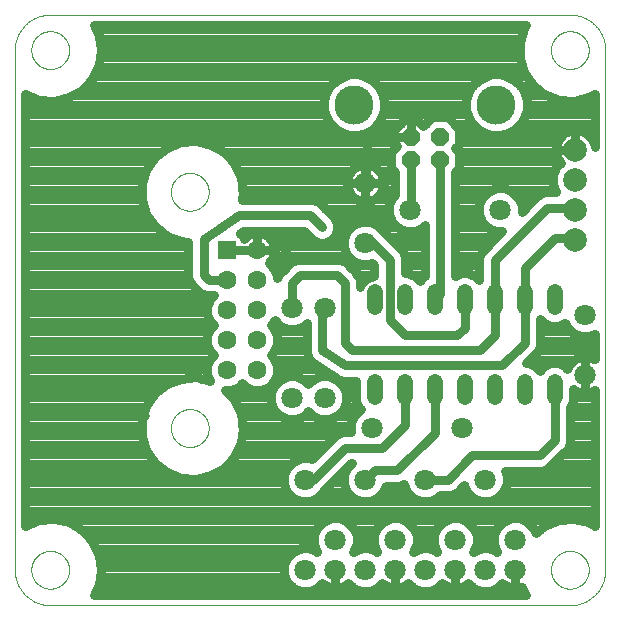
<source format=gbl>
G75*
%MOIN*%
%OFA0B0*%
%FSLAX25Y25*%
%IPPOS*%
%LPD*%
%AMOC8*
5,1,8,0,0,1.08239X$1,22.5*
%
%ADD10C,0.00000*%
%ADD11C,0.07087*%
%ADD12C,0.05200*%
%ADD13OC8,0.05740*%
%ADD14C,0.13055*%
%ADD15C,0.07874*%
%ADD16C,0.06299*%
%ADD17R,0.06299X0.06299*%
%ADD18C,0.03150*%
%ADD19C,0.03150*%
D10*
X0046801Y0017535D02*
X0046801Y0190764D01*
X0052313Y0190764D02*
X0052315Y0190922D01*
X0052321Y0191080D01*
X0052331Y0191238D01*
X0052345Y0191396D01*
X0052363Y0191553D01*
X0052384Y0191710D01*
X0052410Y0191866D01*
X0052440Y0192022D01*
X0052473Y0192177D01*
X0052511Y0192330D01*
X0052552Y0192483D01*
X0052597Y0192635D01*
X0052646Y0192786D01*
X0052699Y0192935D01*
X0052755Y0193083D01*
X0052815Y0193229D01*
X0052879Y0193374D01*
X0052947Y0193517D01*
X0053018Y0193659D01*
X0053092Y0193799D01*
X0053170Y0193936D01*
X0053252Y0194072D01*
X0053336Y0194206D01*
X0053425Y0194337D01*
X0053516Y0194466D01*
X0053611Y0194593D01*
X0053708Y0194718D01*
X0053809Y0194840D01*
X0053913Y0194959D01*
X0054020Y0195076D01*
X0054130Y0195190D01*
X0054243Y0195301D01*
X0054358Y0195410D01*
X0054476Y0195515D01*
X0054597Y0195617D01*
X0054720Y0195717D01*
X0054846Y0195813D01*
X0054974Y0195906D01*
X0055104Y0195996D01*
X0055237Y0196082D01*
X0055372Y0196166D01*
X0055508Y0196245D01*
X0055647Y0196322D01*
X0055788Y0196394D01*
X0055930Y0196464D01*
X0056074Y0196529D01*
X0056220Y0196591D01*
X0056367Y0196649D01*
X0056516Y0196704D01*
X0056666Y0196755D01*
X0056817Y0196802D01*
X0056969Y0196845D01*
X0057122Y0196884D01*
X0057277Y0196920D01*
X0057432Y0196951D01*
X0057588Y0196979D01*
X0057744Y0197003D01*
X0057901Y0197023D01*
X0058059Y0197039D01*
X0058216Y0197051D01*
X0058375Y0197059D01*
X0058533Y0197063D01*
X0058691Y0197063D01*
X0058849Y0197059D01*
X0059008Y0197051D01*
X0059165Y0197039D01*
X0059323Y0197023D01*
X0059480Y0197003D01*
X0059636Y0196979D01*
X0059792Y0196951D01*
X0059947Y0196920D01*
X0060102Y0196884D01*
X0060255Y0196845D01*
X0060407Y0196802D01*
X0060558Y0196755D01*
X0060708Y0196704D01*
X0060857Y0196649D01*
X0061004Y0196591D01*
X0061150Y0196529D01*
X0061294Y0196464D01*
X0061436Y0196394D01*
X0061577Y0196322D01*
X0061716Y0196245D01*
X0061852Y0196166D01*
X0061987Y0196082D01*
X0062120Y0195996D01*
X0062250Y0195906D01*
X0062378Y0195813D01*
X0062504Y0195717D01*
X0062627Y0195617D01*
X0062748Y0195515D01*
X0062866Y0195410D01*
X0062981Y0195301D01*
X0063094Y0195190D01*
X0063204Y0195076D01*
X0063311Y0194959D01*
X0063415Y0194840D01*
X0063516Y0194718D01*
X0063613Y0194593D01*
X0063708Y0194466D01*
X0063799Y0194337D01*
X0063888Y0194206D01*
X0063972Y0194072D01*
X0064054Y0193936D01*
X0064132Y0193799D01*
X0064206Y0193659D01*
X0064277Y0193517D01*
X0064345Y0193374D01*
X0064409Y0193229D01*
X0064469Y0193083D01*
X0064525Y0192935D01*
X0064578Y0192786D01*
X0064627Y0192635D01*
X0064672Y0192483D01*
X0064713Y0192330D01*
X0064751Y0192177D01*
X0064784Y0192022D01*
X0064814Y0191866D01*
X0064840Y0191710D01*
X0064861Y0191553D01*
X0064879Y0191396D01*
X0064893Y0191238D01*
X0064903Y0191080D01*
X0064909Y0190922D01*
X0064911Y0190764D01*
X0064909Y0190606D01*
X0064903Y0190448D01*
X0064893Y0190290D01*
X0064879Y0190132D01*
X0064861Y0189975D01*
X0064840Y0189818D01*
X0064814Y0189662D01*
X0064784Y0189506D01*
X0064751Y0189351D01*
X0064713Y0189198D01*
X0064672Y0189045D01*
X0064627Y0188893D01*
X0064578Y0188742D01*
X0064525Y0188593D01*
X0064469Y0188445D01*
X0064409Y0188299D01*
X0064345Y0188154D01*
X0064277Y0188011D01*
X0064206Y0187869D01*
X0064132Y0187729D01*
X0064054Y0187592D01*
X0063972Y0187456D01*
X0063888Y0187322D01*
X0063799Y0187191D01*
X0063708Y0187062D01*
X0063613Y0186935D01*
X0063516Y0186810D01*
X0063415Y0186688D01*
X0063311Y0186569D01*
X0063204Y0186452D01*
X0063094Y0186338D01*
X0062981Y0186227D01*
X0062866Y0186118D01*
X0062748Y0186013D01*
X0062627Y0185911D01*
X0062504Y0185811D01*
X0062378Y0185715D01*
X0062250Y0185622D01*
X0062120Y0185532D01*
X0061987Y0185446D01*
X0061852Y0185362D01*
X0061716Y0185283D01*
X0061577Y0185206D01*
X0061436Y0185134D01*
X0061294Y0185064D01*
X0061150Y0184999D01*
X0061004Y0184937D01*
X0060857Y0184879D01*
X0060708Y0184824D01*
X0060558Y0184773D01*
X0060407Y0184726D01*
X0060255Y0184683D01*
X0060102Y0184644D01*
X0059947Y0184608D01*
X0059792Y0184577D01*
X0059636Y0184549D01*
X0059480Y0184525D01*
X0059323Y0184505D01*
X0059165Y0184489D01*
X0059008Y0184477D01*
X0058849Y0184469D01*
X0058691Y0184465D01*
X0058533Y0184465D01*
X0058375Y0184469D01*
X0058216Y0184477D01*
X0058059Y0184489D01*
X0057901Y0184505D01*
X0057744Y0184525D01*
X0057588Y0184549D01*
X0057432Y0184577D01*
X0057277Y0184608D01*
X0057122Y0184644D01*
X0056969Y0184683D01*
X0056817Y0184726D01*
X0056666Y0184773D01*
X0056516Y0184824D01*
X0056367Y0184879D01*
X0056220Y0184937D01*
X0056074Y0184999D01*
X0055930Y0185064D01*
X0055788Y0185134D01*
X0055647Y0185206D01*
X0055508Y0185283D01*
X0055372Y0185362D01*
X0055237Y0185446D01*
X0055104Y0185532D01*
X0054974Y0185622D01*
X0054846Y0185715D01*
X0054720Y0185811D01*
X0054597Y0185911D01*
X0054476Y0186013D01*
X0054358Y0186118D01*
X0054243Y0186227D01*
X0054130Y0186338D01*
X0054020Y0186452D01*
X0053913Y0186569D01*
X0053809Y0186688D01*
X0053708Y0186810D01*
X0053611Y0186935D01*
X0053516Y0187062D01*
X0053425Y0187191D01*
X0053336Y0187322D01*
X0053252Y0187456D01*
X0053170Y0187592D01*
X0053092Y0187729D01*
X0053018Y0187869D01*
X0052947Y0188011D01*
X0052879Y0188154D01*
X0052815Y0188299D01*
X0052755Y0188445D01*
X0052699Y0188593D01*
X0052646Y0188742D01*
X0052597Y0188893D01*
X0052552Y0189045D01*
X0052511Y0189198D01*
X0052473Y0189351D01*
X0052440Y0189506D01*
X0052410Y0189662D01*
X0052384Y0189818D01*
X0052363Y0189975D01*
X0052345Y0190132D01*
X0052331Y0190290D01*
X0052321Y0190448D01*
X0052315Y0190606D01*
X0052313Y0190764D01*
X0046801Y0190764D02*
X0046804Y0191049D01*
X0046815Y0191335D01*
X0046832Y0191620D01*
X0046856Y0191904D01*
X0046887Y0192188D01*
X0046925Y0192471D01*
X0046970Y0192752D01*
X0047021Y0193033D01*
X0047079Y0193313D01*
X0047144Y0193591D01*
X0047216Y0193867D01*
X0047294Y0194141D01*
X0047379Y0194414D01*
X0047471Y0194684D01*
X0047569Y0194952D01*
X0047673Y0195218D01*
X0047784Y0195481D01*
X0047901Y0195741D01*
X0048024Y0195999D01*
X0048154Y0196253D01*
X0048290Y0196504D01*
X0048431Y0196752D01*
X0048579Y0196996D01*
X0048732Y0197237D01*
X0048892Y0197473D01*
X0049057Y0197706D01*
X0049227Y0197935D01*
X0049403Y0198160D01*
X0049585Y0198380D01*
X0049771Y0198596D01*
X0049963Y0198807D01*
X0050160Y0199014D01*
X0050362Y0199216D01*
X0050569Y0199413D01*
X0050780Y0199605D01*
X0050996Y0199791D01*
X0051216Y0199973D01*
X0051441Y0200149D01*
X0051670Y0200319D01*
X0051903Y0200484D01*
X0052139Y0200644D01*
X0052380Y0200797D01*
X0052624Y0200945D01*
X0052872Y0201086D01*
X0053123Y0201222D01*
X0053377Y0201352D01*
X0053635Y0201475D01*
X0053895Y0201592D01*
X0054158Y0201703D01*
X0054424Y0201807D01*
X0054692Y0201905D01*
X0054962Y0201997D01*
X0055235Y0202082D01*
X0055509Y0202160D01*
X0055785Y0202232D01*
X0056063Y0202297D01*
X0056343Y0202355D01*
X0056624Y0202406D01*
X0056905Y0202451D01*
X0057188Y0202489D01*
X0057472Y0202520D01*
X0057756Y0202544D01*
X0058041Y0202561D01*
X0058327Y0202572D01*
X0058612Y0202575D01*
X0231840Y0202575D01*
X0225541Y0190764D02*
X0225543Y0190922D01*
X0225549Y0191080D01*
X0225559Y0191238D01*
X0225573Y0191396D01*
X0225591Y0191553D01*
X0225612Y0191710D01*
X0225638Y0191866D01*
X0225668Y0192022D01*
X0225701Y0192177D01*
X0225739Y0192330D01*
X0225780Y0192483D01*
X0225825Y0192635D01*
X0225874Y0192786D01*
X0225927Y0192935D01*
X0225983Y0193083D01*
X0226043Y0193229D01*
X0226107Y0193374D01*
X0226175Y0193517D01*
X0226246Y0193659D01*
X0226320Y0193799D01*
X0226398Y0193936D01*
X0226480Y0194072D01*
X0226564Y0194206D01*
X0226653Y0194337D01*
X0226744Y0194466D01*
X0226839Y0194593D01*
X0226936Y0194718D01*
X0227037Y0194840D01*
X0227141Y0194959D01*
X0227248Y0195076D01*
X0227358Y0195190D01*
X0227471Y0195301D01*
X0227586Y0195410D01*
X0227704Y0195515D01*
X0227825Y0195617D01*
X0227948Y0195717D01*
X0228074Y0195813D01*
X0228202Y0195906D01*
X0228332Y0195996D01*
X0228465Y0196082D01*
X0228600Y0196166D01*
X0228736Y0196245D01*
X0228875Y0196322D01*
X0229016Y0196394D01*
X0229158Y0196464D01*
X0229302Y0196529D01*
X0229448Y0196591D01*
X0229595Y0196649D01*
X0229744Y0196704D01*
X0229894Y0196755D01*
X0230045Y0196802D01*
X0230197Y0196845D01*
X0230350Y0196884D01*
X0230505Y0196920D01*
X0230660Y0196951D01*
X0230816Y0196979D01*
X0230972Y0197003D01*
X0231129Y0197023D01*
X0231287Y0197039D01*
X0231444Y0197051D01*
X0231603Y0197059D01*
X0231761Y0197063D01*
X0231919Y0197063D01*
X0232077Y0197059D01*
X0232236Y0197051D01*
X0232393Y0197039D01*
X0232551Y0197023D01*
X0232708Y0197003D01*
X0232864Y0196979D01*
X0233020Y0196951D01*
X0233175Y0196920D01*
X0233330Y0196884D01*
X0233483Y0196845D01*
X0233635Y0196802D01*
X0233786Y0196755D01*
X0233936Y0196704D01*
X0234085Y0196649D01*
X0234232Y0196591D01*
X0234378Y0196529D01*
X0234522Y0196464D01*
X0234664Y0196394D01*
X0234805Y0196322D01*
X0234944Y0196245D01*
X0235080Y0196166D01*
X0235215Y0196082D01*
X0235348Y0195996D01*
X0235478Y0195906D01*
X0235606Y0195813D01*
X0235732Y0195717D01*
X0235855Y0195617D01*
X0235976Y0195515D01*
X0236094Y0195410D01*
X0236209Y0195301D01*
X0236322Y0195190D01*
X0236432Y0195076D01*
X0236539Y0194959D01*
X0236643Y0194840D01*
X0236744Y0194718D01*
X0236841Y0194593D01*
X0236936Y0194466D01*
X0237027Y0194337D01*
X0237116Y0194206D01*
X0237200Y0194072D01*
X0237282Y0193936D01*
X0237360Y0193799D01*
X0237434Y0193659D01*
X0237505Y0193517D01*
X0237573Y0193374D01*
X0237637Y0193229D01*
X0237697Y0193083D01*
X0237753Y0192935D01*
X0237806Y0192786D01*
X0237855Y0192635D01*
X0237900Y0192483D01*
X0237941Y0192330D01*
X0237979Y0192177D01*
X0238012Y0192022D01*
X0238042Y0191866D01*
X0238068Y0191710D01*
X0238089Y0191553D01*
X0238107Y0191396D01*
X0238121Y0191238D01*
X0238131Y0191080D01*
X0238137Y0190922D01*
X0238139Y0190764D01*
X0238137Y0190606D01*
X0238131Y0190448D01*
X0238121Y0190290D01*
X0238107Y0190132D01*
X0238089Y0189975D01*
X0238068Y0189818D01*
X0238042Y0189662D01*
X0238012Y0189506D01*
X0237979Y0189351D01*
X0237941Y0189198D01*
X0237900Y0189045D01*
X0237855Y0188893D01*
X0237806Y0188742D01*
X0237753Y0188593D01*
X0237697Y0188445D01*
X0237637Y0188299D01*
X0237573Y0188154D01*
X0237505Y0188011D01*
X0237434Y0187869D01*
X0237360Y0187729D01*
X0237282Y0187592D01*
X0237200Y0187456D01*
X0237116Y0187322D01*
X0237027Y0187191D01*
X0236936Y0187062D01*
X0236841Y0186935D01*
X0236744Y0186810D01*
X0236643Y0186688D01*
X0236539Y0186569D01*
X0236432Y0186452D01*
X0236322Y0186338D01*
X0236209Y0186227D01*
X0236094Y0186118D01*
X0235976Y0186013D01*
X0235855Y0185911D01*
X0235732Y0185811D01*
X0235606Y0185715D01*
X0235478Y0185622D01*
X0235348Y0185532D01*
X0235215Y0185446D01*
X0235080Y0185362D01*
X0234944Y0185283D01*
X0234805Y0185206D01*
X0234664Y0185134D01*
X0234522Y0185064D01*
X0234378Y0184999D01*
X0234232Y0184937D01*
X0234085Y0184879D01*
X0233936Y0184824D01*
X0233786Y0184773D01*
X0233635Y0184726D01*
X0233483Y0184683D01*
X0233330Y0184644D01*
X0233175Y0184608D01*
X0233020Y0184577D01*
X0232864Y0184549D01*
X0232708Y0184525D01*
X0232551Y0184505D01*
X0232393Y0184489D01*
X0232236Y0184477D01*
X0232077Y0184469D01*
X0231919Y0184465D01*
X0231761Y0184465D01*
X0231603Y0184469D01*
X0231444Y0184477D01*
X0231287Y0184489D01*
X0231129Y0184505D01*
X0230972Y0184525D01*
X0230816Y0184549D01*
X0230660Y0184577D01*
X0230505Y0184608D01*
X0230350Y0184644D01*
X0230197Y0184683D01*
X0230045Y0184726D01*
X0229894Y0184773D01*
X0229744Y0184824D01*
X0229595Y0184879D01*
X0229448Y0184937D01*
X0229302Y0184999D01*
X0229158Y0185064D01*
X0229016Y0185134D01*
X0228875Y0185206D01*
X0228736Y0185283D01*
X0228600Y0185362D01*
X0228465Y0185446D01*
X0228332Y0185532D01*
X0228202Y0185622D01*
X0228074Y0185715D01*
X0227948Y0185811D01*
X0227825Y0185911D01*
X0227704Y0186013D01*
X0227586Y0186118D01*
X0227471Y0186227D01*
X0227358Y0186338D01*
X0227248Y0186452D01*
X0227141Y0186569D01*
X0227037Y0186688D01*
X0226936Y0186810D01*
X0226839Y0186935D01*
X0226744Y0187062D01*
X0226653Y0187191D01*
X0226564Y0187322D01*
X0226480Y0187456D01*
X0226398Y0187592D01*
X0226320Y0187729D01*
X0226246Y0187869D01*
X0226175Y0188011D01*
X0226107Y0188154D01*
X0226043Y0188299D01*
X0225983Y0188445D01*
X0225927Y0188593D01*
X0225874Y0188742D01*
X0225825Y0188893D01*
X0225780Y0189045D01*
X0225739Y0189198D01*
X0225701Y0189351D01*
X0225668Y0189506D01*
X0225638Y0189662D01*
X0225612Y0189818D01*
X0225591Y0189975D01*
X0225573Y0190132D01*
X0225559Y0190290D01*
X0225549Y0190448D01*
X0225543Y0190606D01*
X0225541Y0190764D01*
X0231840Y0202575D02*
X0232125Y0202572D01*
X0232411Y0202561D01*
X0232696Y0202544D01*
X0232980Y0202520D01*
X0233264Y0202489D01*
X0233547Y0202451D01*
X0233828Y0202406D01*
X0234109Y0202355D01*
X0234389Y0202297D01*
X0234667Y0202232D01*
X0234943Y0202160D01*
X0235217Y0202082D01*
X0235490Y0201997D01*
X0235760Y0201905D01*
X0236028Y0201807D01*
X0236294Y0201703D01*
X0236557Y0201592D01*
X0236817Y0201475D01*
X0237075Y0201352D01*
X0237329Y0201222D01*
X0237580Y0201086D01*
X0237828Y0200945D01*
X0238072Y0200797D01*
X0238313Y0200644D01*
X0238549Y0200484D01*
X0238782Y0200319D01*
X0239011Y0200149D01*
X0239236Y0199973D01*
X0239456Y0199791D01*
X0239672Y0199605D01*
X0239883Y0199413D01*
X0240090Y0199216D01*
X0240292Y0199014D01*
X0240489Y0198807D01*
X0240681Y0198596D01*
X0240867Y0198380D01*
X0241049Y0198160D01*
X0241225Y0197935D01*
X0241395Y0197706D01*
X0241560Y0197473D01*
X0241720Y0197237D01*
X0241873Y0196996D01*
X0242021Y0196752D01*
X0242162Y0196504D01*
X0242298Y0196253D01*
X0242428Y0195999D01*
X0242551Y0195741D01*
X0242668Y0195481D01*
X0242779Y0195218D01*
X0242883Y0194952D01*
X0242981Y0194684D01*
X0243073Y0194414D01*
X0243158Y0194141D01*
X0243236Y0193867D01*
X0243308Y0193591D01*
X0243373Y0193313D01*
X0243431Y0193033D01*
X0243482Y0192752D01*
X0243527Y0192471D01*
X0243565Y0192188D01*
X0243596Y0191904D01*
X0243620Y0191620D01*
X0243637Y0191335D01*
X0243648Y0191049D01*
X0243651Y0190764D01*
X0243651Y0017535D01*
X0225541Y0017535D02*
X0225543Y0017693D01*
X0225549Y0017851D01*
X0225559Y0018009D01*
X0225573Y0018167D01*
X0225591Y0018324D01*
X0225612Y0018481D01*
X0225638Y0018637D01*
X0225668Y0018793D01*
X0225701Y0018948D01*
X0225739Y0019101D01*
X0225780Y0019254D01*
X0225825Y0019406D01*
X0225874Y0019557D01*
X0225927Y0019706D01*
X0225983Y0019854D01*
X0226043Y0020000D01*
X0226107Y0020145D01*
X0226175Y0020288D01*
X0226246Y0020430D01*
X0226320Y0020570D01*
X0226398Y0020707D01*
X0226480Y0020843D01*
X0226564Y0020977D01*
X0226653Y0021108D01*
X0226744Y0021237D01*
X0226839Y0021364D01*
X0226936Y0021489D01*
X0227037Y0021611D01*
X0227141Y0021730D01*
X0227248Y0021847D01*
X0227358Y0021961D01*
X0227471Y0022072D01*
X0227586Y0022181D01*
X0227704Y0022286D01*
X0227825Y0022388D01*
X0227948Y0022488D01*
X0228074Y0022584D01*
X0228202Y0022677D01*
X0228332Y0022767D01*
X0228465Y0022853D01*
X0228600Y0022937D01*
X0228736Y0023016D01*
X0228875Y0023093D01*
X0229016Y0023165D01*
X0229158Y0023235D01*
X0229302Y0023300D01*
X0229448Y0023362D01*
X0229595Y0023420D01*
X0229744Y0023475D01*
X0229894Y0023526D01*
X0230045Y0023573D01*
X0230197Y0023616D01*
X0230350Y0023655D01*
X0230505Y0023691D01*
X0230660Y0023722D01*
X0230816Y0023750D01*
X0230972Y0023774D01*
X0231129Y0023794D01*
X0231287Y0023810D01*
X0231444Y0023822D01*
X0231603Y0023830D01*
X0231761Y0023834D01*
X0231919Y0023834D01*
X0232077Y0023830D01*
X0232236Y0023822D01*
X0232393Y0023810D01*
X0232551Y0023794D01*
X0232708Y0023774D01*
X0232864Y0023750D01*
X0233020Y0023722D01*
X0233175Y0023691D01*
X0233330Y0023655D01*
X0233483Y0023616D01*
X0233635Y0023573D01*
X0233786Y0023526D01*
X0233936Y0023475D01*
X0234085Y0023420D01*
X0234232Y0023362D01*
X0234378Y0023300D01*
X0234522Y0023235D01*
X0234664Y0023165D01*
X0234805Y0023093D01*
X0234944Y0023016D01*
X0235080Y0022937D01*
X0235215Y0022853D01*
X0235348Y0022767D01*
X0235478Y0022677D01*
X0235606Y0022584D01*
X0235732Y0022488D01*
X0235855Y0022388D01*
X0235976Y0022286D01*
X0236094Y0022181D01*
X0236209Y0022072D01*
X0236322Y0021961D01*
X0236432Y0021847D01*
X0236539Y0021730D01*
X0236643Y0021611D01*
X0236744Y0021489D01*
X0236841Y0021364D01*
X0236936Y0021237D01*
X0237027Y0021108D01*
X0237116Y0020977D01*
X0237200Y0020843D01*
X0237282Y0020707D01*
X0237360Y0020570D01*
X0237434Y0020430D01*
X0237505Y0020288D01*
X0237573Y0020145D01*
X0237637Y0020000D01*
X0237697Y0019854D01*
X0237753Y0019706D01*
X0237806Y0019557D01*
X0237855Y0019406D01*
X0237900Y0019254D01*
X0237941Y0019101D01*
X0237979Y0018948D01*
X0238012Y0018793D01*
X0238042Y0018637D01*
X0238068Y0018481D01*
X0238089Y0018324D01*
X0238107Y0018167D01*
X0238121Y0018009D01*
X0238131Y0017851D01*
X0238137Y0017693D01*
X0238139Y0017535D01*
X0238137Y0017377D01*
X0238131Y0017219D01*
X0238121Y0017061D01*
X0238107Y0016903D01*
X0238089Y0016746D01*
X0238068Y0016589D01*
X0238042Y0016433D01*
X0238012Y0016277D01*
X0237979Y0016122D01*
X0237941Y0015969D01*
X0237900Y0015816D01*
X0237855Y0015664D01*
X0237806Y0015513D01*
X0237753Y0015364D01*
X0237697Y0015216D01*
X0237637Y0015070D01*
X0237573Y0014925D01*
X0237505Y0014782D01*
X0237434Y0014640D01*
X0237360Y0014500D01*
X0237282Y0014363D01*
X0237200Y0014227D01*
X0237116Y0014093D01*
X0237027Y0013962D01*
X0236936Y0013833D01*
X0236841Y0013706D01*
X0236744Y0013581D01*
X0236643Y0013459D01*
X0236539Y0013340D01*
X0236432Y0013223D01*
X0236322Y0013109D01*
X0236209Y0012998D01*
X0236094Y0012889D01*
X0235976Y0012784D01*
X0235855Y0012682D01*
X0235732Y0012582D01*
X0235606Y0012486D01*
X0235478Y0012393D01*
X0235348Y0012303D01*
X0235215Y0012217D01*
X0235080Y0012133D01*
X0234944Y0012054D01*
X0234805Y0011977D01*
X0234664Y0011905D01*
X0234522Y0011835D01*
X0234378Y0011770D01*
X0234232Y0011708D01*
X0234085Y0011650D01*
X0233936Y0011595D01*
X0233786Y0011544D01*
X0233635Y0011497D01*
X0233483Y0011454D01*
X0233330Y0011415D01*
X0233175Y0011379D01*
X0233020Y0011348D01*
X0232864Y0011320D01*
X0232708Y0011296D01*
X0232551Y0011276D01*
X0232393Y0011260D01*
X0232236Y0011248D01*
X0232077Y0011240D01*
X0231919Y0011236D01*
X0231761Y0011236D01*
X0231603Y0011240D01*
X0231444Y0011248D01*
X0231287Y0011260D01*
X0231129Y0011276D01*
X0230972Y0011296D01*
X0230816Y0011320D01*
X0230660Y0011348D01*
X0230505Y0011379D01*
X0230350Y0011415D01*
X0230197Y0011454D01*
X0230045Y0011497D01*
X0229894Y0011544D01*
X0229744Y0011595D01*
X0229595Y0011650D01*
X0229448Y0011708D01*
X0229302Y0011770D01*
X0229158Y0011835D01*
X0229016Y0011905D01*
X0228875Y0011977D01*
X0228736Y0012054D01*
X0228600Y0012133D01*
X0228465Y0012217D01*
X0228332Y0012303D01*
X0228202Y0012393D01*
X0228074Y0012486D01*
X0227948Y0012582D01*
X0227825Y0012682D01*
X0227704Y0012784D01*
X0227586Y0012889D01*
X0227471Y0012998D01*
X0227358Y0013109D01*
X0227248Y0013223D01*
X0227141Y0013340D01*
X0227037Y0013459D01*
X0226936Y0013581D01*
X0226839Y0013706D01*
X0226744Y0013833D01*
X0226653Y0013962D01*
X0226564Y0014093D01*
X0226480Y0014227D01*
X0226398Y0014363D01*
X0226320Y0014500D01*
X0226246Y0014640D01*
X0226175Y0014782D01*
X0226107Y0014925D01*
X0226043Y0015070D01*
X0225983Y0015216D01*
X0225927Y0015364D01*
X0225874Y0015513D01*
X0225825Y0015664D01*
X0225780Y0015816D01*
X0225739Y0015969D01*
X0225701Y0016122D01*
X0225668Y0016277D01*
X0225638Y0016433D01*
X0225612Y0016589D01*
X0225591Y0016746D01*
X0225573Y0016903D01*
X0225559Y0017061D01*
X0225549Y0017219D01*
X0225543Y0017377D01*
X0225541Y0017535D01*
X0231840Y0005724D02*
X0232125Y0005727D01*
X0232411Y0005738D01*
X0232696Y0005755D01*
X0232980Y0005779D01*
X0233264Y0005810D01*
X0233547Y0005848D01*
X0233828Y0005893D01*
X0234109Y0005944D01*
X0234389Y0006002D01*
X0234667Y0006067D01*
X0234943Y0006139D01*
X0235217Y0006217D01*
X0235490Y0006302D01*
X0235760Y0006394D01*
X0236028Y0006492D01*
X0236294Y0006596D01*
X0236557Y0006707D01*
X0236817Y0006824D01*
X0237075Y0006947D01*
X0237329Y0007077D01*
X0237580Y0007213D01*
X0237828Y0007354D01*
X0238072Y0007502D01*
X0238313Y0007655D01*
X0238549Y0007815D01*
X0238782Y0007980D01*
X0239011Y0008150D01*
X0239236Y0008326D01*
X0239456Y0008508D01*
X0239672Y0008694D01*
X0239883Y0008886D01*
X0240090Y0009083D01*
X0240292Y0009285D01*
X0240489Y0009492D01*
X0240681Y0009703D01*
X0240867Y0009919D01*
X0241049Y0010139D01*
X0241225Y0010364D01*
X0241395Y0010593D01*
X0241560Y0010826D01*
X0241720Y0011062D01*
X0241873Y0011303D01*
X0242021Y0011547D01*
X0242162Y0011795D01*
X0242298Y0012046D01*
X0242428Y0012300D01*
X0242551Y0012558D01*
X0242668Y0012818D01*
X0242779Y0013081D01*
X0242883Y0013347D01*
X0242981Y0013615D01*
X0243073Y0013885D01*
X0243158Y0014158D01*
X0243236Y0014432D01*
X0243308Y0014708D01*
X0243373Y0014986D01*
X0243431Y0015266D01*
X0243482Y0015547D01*
X0243527Y0015828D01*
X0243565Y0016111D01*
X0243596Y0016395D01*
X0243620Y0016679D01*
X0243637Y0016964D01*
X0243648Y0017250D01*
X0243651Y0017535D01*
X0231840Y0005724D02*
X0058612Y0005724D01*
X0052313Y0017535D02*
X0052315Y0017693D01*
X0052321Y0017851D01*
X0052331Y0018009D01*
X0052345Y0018167D01*
X0052363Y0018324D01*
X0052384Y0018481D01*
X0052410Y0018637D01*
X0052440Y0018793D01*
X0052473Y0018948D01*
X0052511Y0019101D01*
X0052552Y0019254D01*
X0052597Y0019406D01*
X0052646Y0019557D01*
X0052699Y0019706D01*
X0052755Y0019854D01*
X0052815Y0020000D01*
X0052879Y0020145D01*
X0052947Y0020288D01*
X0053018Y0020430D01*
X0053092Y0020570D01*
X0053170Y0020707D01*
X0053252Y0020843D01*
X0053336Y0020977D01*
X0053425Y0021108D01*
X0053516Y0021237D01*
X0053611Y0021364D01*
X0053708Y0021489D01*
X0053809Y0021611D01*
X0053913Y0021730D01*
X0054020Y0021847D01*
X0054130Y0021961D01*
X0054243Y0022072D01*
X0054358Y0022181D01*
X0054476Y0022286D01*
X0054597Y0022388D01*
X0054720Y0022488D01*
X0054846Y0022584D01*
X0054974Y0022677D01*
X0055104Y0022767D01*
X0055237Y0022853D01*
X0055372Y0022937D01*
X0055508Y0023016D01*
X0055647Y0023093D01*
X0055788Y0023165D01*
X0055930Y0023235D01*
X0056074Y0023300D01*
X0056220Y0023362D01*
X0056367Y0023420D01*
X0056516Y0023475D01*
X0056666Y0023526D01*
X0056817Y0023573D01*
X0056969Y0023616D01*
X0057122Y0023655D01*
X0057277Y0023691D01*
X0057432Y0023722D01*
X0057588Y0023750D01*
X0057744Y0023774D01*
X0057901Y0023794D01*
X0058059Y0023810D01*
X0058216Y0023822D01*
X0058375Y0023830D01*
X0058533Y0023834D01*
X0058691Y0023834D01*
X0058849Y0023830D01*
X0059008Y0023822D01*
X0059165Y0023810D01*
X0059323Y0023794D01*
X0059480Y0023774D01*
X0059636Y0023750D01*
X0059792Y0023722D01*
X0059947Y0023691D01*
X0060102Y0023655D01*
X0060255Y0023616D01*
X0060407Y0023573D01*
X0060558Y0023526D01*
X0060708Y0023475D01*
X0060857Y0023420D01*
X0061004Y0023362D01*
X0061150Y0023300D01*
X0061294Y0023235D01*
X0061436Y0023165D01*
X0061577Y0023093D01*
X0061716Y0023016D01*
X0061852Y0022937D01*
X0061987Y0022853D01*
X0062120Y0022767D01*
X0062250Y0022677D01*
X0062378Y0022584D01*
X0062504Y0022488D01*
X0062627Y0022388D01*
X0062748Y0022286D01*
X0062866Y0022181D01*
X0062981Y0022072D01*
X0063094Y0021961D01*
X0063204Y0021847D01*
X0063311Y0021730D01*
X0063415Y0021611D01*
X0063516Y0021489D01*
X0063613Y0021364D01*
X0063708Y0021237D01*
X0063799Y0021108D01*
X0063888Y0020977D01*
X0063972Y0020843D01*
X0064054Y0020707D01*
X0064132Y0020570D01*
X0064206Y0020430D01*
X0064277Y0020288D01*
X0064345Y0020145D01*
X0064409Y0020000D01*
X0064469Y0019854D01*
X0064525Y0019706D01*
X0064578Y0019557D01*
X0064627Y0019406D01*
X0064672Y0019254D01*
X0064713Y0019101D01*
X0064751Y0018948D01*
X0064784Y0018793D01*
X0064814Y0018637D01*
X0064840Y0018481D01*
X0064861Y0018324D01*
X0064879Y0018167D01*
X0064893Y0018009D01*
X0064903Y0017851D01*
X0064909Y0017693D01*
X0064911Y0017535D01*
X0064909Y0017377D01*
X0064903Y0017219D01*
X0064893Y0017061D01*
X0064879Y0016903D01*
X0064861Y0016746D01*
X0064840Y0016589D01*
X0064814Y0016433D01*
X0064784Y0016277D01*
X0064751Y0016122D01*
X0064713Y0015969D01*
X0064672Y0015816D01*
X0064627Y0015664D01*
X0064578Y0015513D01*
X0064525Y0015364D01*
X0064469Y0015216D01*
X0064409Y0015070D01*
X0064345Y0014925D01*
X0064277Y0014782D01*
X0064206Y0014640D01*
X0064132Y0014500D01*
X0064054Y0014363D01*
X0063972Y0014227D01*
X0063888Y0014093D01*
X0063799Y0013962D01*
X0063708Y0013833D01*
X0063613Y0013706D01*
X0063516Y0013581D01*
X0063415Y0013459D01*
X0063311Y0013340D01*
X0063204Y0013223D01*
X0063094Y0013109D01*
X0062981Y0012998D01*
X0062866Y0012889D01*
X0062748Y0012784D01*
X0062627Y0012682D01*
X0062504Y0012582D01*
X0062378Y0012486D01*
X0062250Y0012393D01*
X0062120Y0012303D01*
X0061987Y0012217D01*
X0061852Y0012133D01*
X0061716Y0012054D01*
X0061577Y0011977D01*
X0061436Y0011905D01*
X0061294Y0011835D01*
X0061150Y0011770D01*
X0061004Y0011708D01*
X0060857Y0011650D01*
X0060708Y0011595D01*
X0060558Y0011544D01*
X0060407Y0011497D01*
X0060255Y0011454D01*
X0060102Y0011415D01*
X0059947Y0011379D01*
X0059792Y0011348D01*
X0059636Y0011320D01*
X0059480Y0011296D01*
X0059323Y0011276D01*
X0059165Y0011260D01*
X0059008Y0011248D01*
X0058849Y0011240D01*
X0058691Y0011236D01*
X0058533Y0011236D01*
X0058375Y0011240D01*
X0058216Y0011248D01*
X0058059Y0011260D01*
X0057901Y0011276D01*
X0057744Y0011296D01*
X0057588Y0011320D01*
X0057432Y0011348D01*
X0057277Y0011379D01*
X0057122Y0011415D01*
X0056969Y0011454D01*
X0056817Y0011497D01*
X0056666Y0011544D01*
X0056516Y0011595D01*
X0056367Y0011650D01*
X0056220Y0011708D01*
X0056074Y0011770D01*
X0055930Y0011835D01*
X0055788Y0011905D01*
X0055647Y0011977D01*
X0055508Y0012054D01*
X0055372Y0012133D01*
X0055237Y0012217D01*
X0055104Y0012303D01*
X0054974Y0012393D01*
X0054846Y0012486D01*
X0054720Y0012582D01*
X0054597Y0012682D01*
X0054476Y0012784D01*
X0054358Y0012889D01*
X0054243Y0012998D01*
X0054130Y0013109D01*
X0054020Y0013223D01*
X0053913Y0013340D01*
X0053809Y0013459D01*
X0053708Y0013581D01*
X0053611Y0013706D01*
X0053516Y0013833D01*
X0053425Y0013962D01*
X0053336Y0014093D01*
X0053252Y0014227D01*
X0053170Y0014363D01*
X0053092Y0014500D01*
X0053018Y0014640D01*
X0052947Y0014782D01*
X0052879Y0014925D01*
X0052815Y0015070D01*
X0052755Y0015216D01*
X0052699Y0015364D01*
X0052646Y0015513D01*
X0052597Y0015664D01*
X0052552Y0015816D01*
X0052511Y0015969D01*
X0052473Y0016122D01*
X0052440Y0016277D01*
X0052410Y0016433D01*
X0052384Y0016589D01*
X0052363Y0016746D01*
X0052345Y0016903D01*
X0052331Y0017061D01*
X0052321Y0017219D01*
X0052315Y0017377D01*
X0052313Y0017535D01*
X0046801Y0017535D02*
X0046804Y0017250D01*
X0046815Y0016964D01*
X0046832Y0016679D01*
X0046856Y0016395D01*
X0046887Y0016111D01*
X0046925Y0015828D01*
X0046970Y0015547D01*
X0047021Y0015266D01*
X0047079Y0014986D01*
X0047144Y0014708D01*
X0047216Y0014432D01*
X0047294Y0014158D01*
X0047379Y0013885D01*
X0047471Y0013615D01*
X0047569Y0013347D01*
X0047673Y0013081D01*
X0047784Y0012818D01*
X0047901Y0012558D01*
X0048024Y0012300D01*
X0048154Y0012046D01*
X0048290Y0011795D01*
X0048431Y0011547D01*
X0048579Y0011303D01*
X0048732Y0011062D01*
X0048892Y0010826D01*
X0049057Y0010593D01*
X0049227Y0010364D01*
X0049403Y0010139D01*
X0049585Y0009919D01*
X0049771Y0009703D01*
X0049963Y0009492D01*
X0050160Y0009285D01*
X0050362Y0009083D01*
X0050569Y0008886D01*
X0050780Y0008694D01*
X0050996Y0008508D01*
X0051216Y0008326D01*
X0051441Y0008150D01*
X0051670Y0007980D01*
X0051903Y0007815D01*
X0052139Y0007655D01*
X0052380Y0007502D01*
X0052624Y0007354D01*
X0052872Y0007213D01*
X0053123Y0007077D01*
X0053377Y0006947D01*
X0053635Y0006824D01*
X0053895Y0006707D01*
X0054158Y0006596D01*
X0054424Y0006492D01*
X0054692Y0006394D01*
X0054962Y0006302D01*
X0055235Y0006217D01*
X0055509Y0006139D01*
X0055785Y0006067D01*
X0056063Y0006002D01*
X0056343Y0005944D01*
X0056624Y0005893D01*
X0056905Y0005848D01*
X0057188Y0005810D01*
X0057472Y0005779D01*
X0057756Y0005755D01*
X0058041Y0005738D01*
X0058327Y0005727D01*
X0058612Y0005724D01*
X0098848Y0064780D02*
X0098850Y0064938D01*
X0098856Y0065096D01*
X0098866Y0065254D01*
X0098880Y0065412D01*
X0098898Y0065569D01*
X0098919Y0065726D01*
X0098945Y0065882D01*
X0098975Y0066038D01*
X0099008Y0066193D01*
X0099046Y0066346D01*
X0099087Y0066499D01*
X0099132Y0066651D01*
X0099181Y0066802D01*
X0099234Y0066951D01*
X0099290Y0067099D01*
X0099350Y0067245D01*
X0099414Y0067390D01*
X0099482Y0067533D01*
X0099553Y0067675D01*
X0099627Y0067815D01*
X0099705Y0067952D01*
X0099787Y0068088D01*
X0099871Y0068222D01*
X0099960Y0068353D01*
X0100051Y0068482D01*
X0100146Y0068609D01*
X0100243Y0068734D01*
X0100344Y0068856D01*
X0100448Y0068975D01*
X0100555Y0069092D01*
X0100665Y0069206D01*
X0100778Y0069317D01*
X0100893Y0069426D01*
X0101011Y0069531D01*
X0101132Y0069633D01*
X0101255Y0069733D01*
X0101381Y0069829D01*
X0101509Y0069922D01*
X0101639Y0070012D01*
X0101772Y0070098D01*
X0101907Y0070182D01*
X0102043Y0070261D01*
X0102182Y0070338D01*
X0102323Y0070410D01*
X0102465Y0070480D01*
X0102609Y0070545D01*
X0102755Y0070607D01*
X0102902Y0070665D01*
X0103051Y0070720D01*
X0103201Y0070771D01*
X0103352Y0070818D01*
X0103504Y0070861D01*
X0103657Y0070900D01*
X0103812Y0070936D01*
X0103967Y0070967D01*
X0104123Y0070995D01*
X0104279Y0071019D01*
X0104436Y0071039D01*
X0104594Y0071055D01*
X0104751Y0071067D01*
X0104910Y0071075D01*
X0105068Y0071079D01*
X0105226Y0071079D01*
X0105384Y0071075D01*
X0105543Y0071067D01*
X0105700Y0071055D01*
X0105858Y0071039D01*
X0106015Y0071019D01*
X0106171Y0070995D01*
X0106327Y0070967D01*
X0106482Y0070936D01*
X0106637Y0070900D01*
X0106790Y0070861D01*
X0106942Y0070818D01*
X0107093Y0070771D01*
X0107243Y0070720D01*
X0107392Y0070665D01*
X0107539Y0070607D01*
X0107685Y0070545D01*
X0107829Y0070480D01*
X0107971Y0070410D01*
X0108112Y0070338D01*
X0108251Y0070261D01*
X0108387Y0070182D01*
X0108522Y0070098D01*
X0108655Y0070012D01*
X0108785Y0069922D01*
X0108913Y0069829D01*
X0109039Y0069733D01*
X0109162Y0069633D01*
X0109283Y0069531D01*
X0109401Y0069426D01*
X0109516Y0069317D01*
X0109629Y0069206D01*
X0109739Y0069092D01*
X0109846Y0068975D01*
X0109950Y0068856D01*
X0110051Y0068734D01*
X0110148Y0068609D01*
X0110243Y0068482D01*
X0110334Y0068353D01*
X0110423Y0068222D01*
X0110507Y0068088D01*
X0110589Y0067952D01*
X0110667Y0067815D01*
X0110741Y0067675D01*
X0110812Y0067533D01*
X0110880Y0067390D01*
X0110944Y0067245D01*
X0111004Y0067099D01*
X0111060Y0066951D01*
X0111113Y0066802D01*
X0111162Y0066651D01*
X0111207Y0066499D01*
X0111248Y0066346D01*
X0111286Y0066193D01*
X0111319Y0066038D01*
X0111349Y0065882D01*
X0111375Y0065726D01*
X0111396Y0065569D01*
X0111414Y0065412D01*
X0111428Y0065254D01*
X0111438Y0065096D01*
X0111444Y0064938D01*
X0111446Y0064780D01*
X0111444Y0064622D01*
X0111438Y0064464D01*
X0111428Y0064306D01*
X0111414Y0064148D01*
X0111396Y0063991D01*
X0111375Y0063834D01*
X0111349Y0063678D01*
X0111319Y0063522D01*
X0111286Y0063367D01*
X0111248Y0063214D01*
X0111207Y0063061D01*
X0111162Y0062909D01*
X0111113Y0062758D01*
X0111060Y0062609D01*
X0111004Y0062461D01*
X0110944Y0062315D01*
X0110880Y0062170D01*
X0110812Y0062027D01*
X0110741Y0061885D01*
X0110667Y0061745D01*
X0110589Y0061608D01*
X0110507Y0061472D01*
X0110423Y0061338D01*
X0110334Y0061207D01*
X0110243Y0061078D01*
X0110148Y0060951D01*
X0110051Y0060826D01*
X0109950Y0060704D01*
X0109846Y0060585D01*
X0109739Y0060468D01*
X0109629Y0060354D01*
X0109516Y0060243D01*
X0109401Y0060134D01*
X0109283Y0060029D01*
X0109162Y0059927D01*
X0109039Y0059827D01*
X0108913Y0059731D01*
X0108785Y0059638D01*
X0108655Y0059548D01*
X0108522Y0059462D01*
X0108387Y0059378D01*
X0108251Y0059299D01*
X0108112Y0059222D01*
X0107971Y0059150D01*
X0107829Y0059080D01*
X0107685Y0059015D01*
X0107539Y0058953D01*
X0107392Y0058895D01*
X0107243Y0058840D01*
X0107093Y0058789D01*
X0106942Y0058742D01*
X0106790Y0058699D01*
X0106637Y0058660D01*
X0106482Y0058624D01*
X0106327Y0058593D01*
X0106171Y0058565D01*
X0106015Y0058541D01*
X0105858Y0058521D01*
X0105700Y0058505D01*
X0105543Y0058493D01*
X0105384Y0058485D01*
X0105226Y0058481D01*
X0105068Y0058481D01*
X0104910Y0058485D01*
X0104751Y0058493D01*
X0104594Y0058505D01*
X0104436Y0058521D01*
X0104279Y0058541D01*
X0104123Y0058565D01*
X0103967Y0058593D01*
X0103812Y0058624D01*
X0103657Y0058660D01*
X0103504Y0058699D01*
X0103352Y0058742D01*
X0103201Y0058789D01*
X0103051Y0058840D01*
X0102902Y0058895D01*
X0102755Y0058953D01*
X0102609Y0059015D01*
X0102465Y0059080D01*
X0102323Y0059150D01*
X0102182Y0059222D01*
X0102043Y0059299D01*
X0101907Y0059378D01*
X0101772Y0059462D01*
X0101639Y0059548D01*
X0101509Y0059638D01*
X0101381Y0059731D01*
X0101255Y0059827D01*
X0101132Y0059927D01*
X0101011Y0060029D01*
X0100893Y0060134D01*
X0100778Y0060243D01*
X0100665Y0060354D01*
X0100555Y0060468D01*
X0100448Y0060585D01*
X0100344Y0060704D01*
X0100243Y0060826D01*
X0100146Y0060951D01*
X0100051Y0061078D01*
X0099960Y0061207D01*
X0099871Y0061338D01*
X0099787Y0061472D01*
X0099705Y0061608D01*
X0099627Y0061745D01*
X0099553Y0061885D01*
X0099482Y0062027D01*
X0099414Y0062170D01*
X0099350Y0062315D01*
X0099290Y0062461D01*
X0099234Y0062609D01*
X0099181Y0062758D01*
X0099132Y0062909D01*
X0099087Y0063061D01*
X0099046Y0063214D01*
X0099008Y0063367D01*
X0098975Y0063522D01*
X0098945Y0063678D01*
X0098919Y0063834D01*
X0098898Y0063991D01*
X0098880Y0064148D01*
X0098866Y0064306D01*
X0098856Y0064464D01*
X0098850Y0064622D01*
X0098848Y0064780D01*
X0098848Y0143520D02*
X0098850Y0143678D01*
X0098856Y0143836D01*
X0098866Y0143994D01*
X0098880Y0144152D01*
X0098898Y0144309D01*
X0098919Y0144466D01*
X0098945Y0144622D01*
X0098975Y0144778D01*
X0099008Y0144933D01*
X0099046Y0145086D01*
X0099087Y0145239D01*
X0099132Y0145391D01*
X0099181Y0145542D01*
X0099234Y0145691D01*
X0099290Y0145839D01*
X0099350Y0145985D01*
X0099414Y0146130D01*
X0099482Y0146273D01*
X0099553Y0146415D01*
X0099627Y0146555D01*
X0099705Y0146692D01*
X0099787Y0146828D01*
X0099871Y0146962D01*
X0099960Y0147093D01*
X0100051Y0147222D01*
X0100146Y0147349D01*
X0100243Y0147474D01*
X0100344Y0147596D01*
X0100448Y0147715D01*
X0100555Y0147832D01*
X0100665Y0147946D01*
X0100778Y0148057D01*
X0100893Y0148166D01*
X0101011Y0148271D01*
X0101132Y0148373D01*
X0101255Y0148473D01*
X0101381Y0148569D01*
X0101509Y0148662D01*
X0101639Y0148752D01*
X0101772Y0148838D01*
X0101907Y0148922D01*
X0102043Y0149001D01*
X0102182Y0149078D01*
X0102323Y0149150D01*
X0102465Y0149220D01*
X0102609Y0149285D01*
X0102755Y0149347D01*
X0102902Y0149405D01*
X0103051Y0149460D01*
X0103201Y0149511D01*
X0103352Y0149558D01*
X0103504Y0149601D01*
X0103657Y0149640D01*
X0103812Y0149676D01*
X0103967Y0149707D01*
X0104123Y0149735D01*
X0104279Y0149759D01*
X0104436Y0149779D01*
X0104594Y0149795D01*
X0104751Y0149807D01*
X0104910Y0149815D01*
X0105068Y0149819D01*
X0105226Y0149819D01*
X0105384Y0149815D01*
X0105543Y0149807D01*
X0105700Y0149795D01*
X0105858Y0149779D01*
X0106015Y0149759D01*
X0106171Y0149735D01*
X0106327Y0149707D01*
X0106482Y0149676D01*
X0106637Y0149640D01*
X0106790Y0149601D01*
X0106942Y0149558D01*
X0107093Y0149511D01*
X0107243Y0149460D01*
X0107392Y0149405D01*
X0107539Y0149347D01*
X0107685Y0149285D01*
X0107829Y0149220D01*
X0107971Y0149150D01*
X0108112Y0149078D01*
X0108251Y0149001D01*
X0108387Y0148922D01*
X0108522Y0148838D01*
X0108655Y0148752D01*
X0108785Y0148662D01*
X0108913Y0148569D01*
X0109039Y0148473D01*
X0109162Y0148373D01*
X0109283Y0148271D01*
X0109401Y0148166D01*
X0109516Y0148057D01*
X0109629Y0147946D01*
X0109739Y0147832D01*
X0109846Y0147715D01*
X0109950Y0147596D01*
X0110051Y0147474D01*
X0110148Y0147349D01*
X0110243Y0147222D01*
X0110334Y0147093D01*
X0110423Y0146962D01*
X0110507Y0146828D01*
X0110589Y0146692D01*
X0110667Y0146555D01*
X0110741Y0146415D01*
X0110812Y0146273D01*
X0110880Y0146130D01*
X0110944Y0145985D01*
X0111004Y0145839D01*
X0111060Y0145691D01*
X0111113Y0145542D01*
X0111162Y0145391D01*
X0111207Y0145239D01*
X0111248Y0145086D01*
X0111286Y0144933D01*
X0111319Y0144778D01*
X0111349Y0144622D01*
X0111375Y0144466D01*
X0111396Y0144309D01*
X0111414Y0144152D01*
X0111428Y0143994D01*
X0111438Y0143836D01*
X0111444Y0143678D01*
X0111446Y0143520D01*
X0111444Y0143362D01*
X0111438Y0143204D01*
X0111428Y0143046D01*
X0111414Y0142888D01*
X0111396Y0142731D01*
X0111375Y0142574D01*
X0111349Y0142418D01*
X0111319Y0142262D01*
X0111286Y0142107D01*
X0111248Y0141954D01*
X0111207Y0141801D01*
X0111162Y0141649D01*
X0111113Y0141498D01*
X0111060Y0141349D01*
X0111004Y0141201D01*
X0110944Y0141055D01*
X0110880Y0140910D01*
X0110812Y0140767D01*
X0110741Y0140625D01*
X0110667Y0140485D01*
X0110589Y0140348D01*
X0110507Y0140212D01*
X0110423Y0140078D01*
X0110334Y0139947D01*
X0110243Y0139818D01*
X0110148Y0139691D01*
X0110051Y0139566D01*
X0109950Y0139444D01*
X0109846Y0139325D01*
X0109739Y0139208D01*
X0109629Y0139094D01*
X0109516Y0138983D01*
X0109401Y0138874D01*
X0109283Y0138769D01*
X0109162Y0138667D01*
X0109039Y0138567D01*
X0108913Y0138471D01*
X0108785Y0138378D01*
X0108655Y0138288D01*
X0108522Y0138202D01*
X0108387Y0138118D01*
X0108251Y0138039D01*
X0108112Y0137962D01*
X0107971Y0137890D01*
X0107829Y0137820D01*
X0107685Y0137755D01*
X0107539Y0137693D01*
X0107392Y0137635D01*
X0107243Y0137580D01*
X0107093Y0137529D01*
X0106942Y0137482D01*
X0106790Y0137439D01*
X0106637Y0137400D01*
X0106482Y0137364D01*
X0106327Y0137333D01*
X0106171Y0137305D01*
X0106015Y0137281D01*
X0105858Y0137261D01*
X0105700Y0137245D01*
X0105543Y0137233D01*
X0105384Y0137225D01*
X0105226Y0137221D01*
X0105068Y0137221D01*
X0104910Y0137225D01*
X0104751Y0137233D01*
X0104594Y0137245D01*
X0104436Y0137261D01*
X0104279Y0137281D01*
X0104123Y0137305D01*
X0103967Y0137333D01*
X0103812Y0137364D01*
X0103657Y0137400D01*
X0103504Y0137439D01*
X0103352Y0137482D01*
X0103201Y0137529D01*
X0103051Y0137580D01*
X0102902Y0137635D01*
X0102755Y0137693D01*
X0102609Y0137755D01*
X0102465Y0137820D01*
X0102323Y0137890D01*
X0102182Y0137962D01*
X0102043Y0138039D01*
X0101907Y0138118D01*
X0101772Y0138202D01*
X0101639Y0138288D01*
X0101509Y0138378D01*
X0101381Y0138471D01*
X0101255Y0138567D01*
X0101132Y0138667D01*
X0101011Y0138769D01*
X0100893Y0138874D01*
X0100778Y0138983D01*
X0100665Y0139094D01*
X0100555Y0139208D01*
X0100448Y0139325D01*
X0100344Y0139444D01*
X0100243Y0139566D01*
X0100146Y0139691D01*
X0100051Y0139818D01*
X0099960Y0139947D01*
X0099871Y0140078D01*
X0099787Y0140212D01*
X0099705Y0140348D01*
X0099627Y0140485D01*
X0099553Y0140625D01*
X0099482Y0140767D01*
X0099414Y0140910D01*
X0099350Y0141055D01*
X0099290Y0141201D01*
X0099234Y0141349D01*
X0099181Y0141498D01*
X0099132Y0141649D01*
X0099087Y0141801D01*
X0099046Y0141954D01*
X0099008Y0142107D01*
X0098975Y0142262D01*
X0098945Y0142418D01*
X0098919Y0142574D01*
X0098898Y0142731D01*
X0098880Y0142888D01*
X0098866Y0143046D01*
X0098856Y0143204D01*
X0098850Y0143362D01*
X0098848Y0143520D01*
D11*
X0139301Y0104937D03*
X0150088Y0104937D03*
X0163651Y0126512D03*
X0178651Y0137575D03*
X0163651Y0146512D03*
X0208651Y0137575D03*
X0236801Y0102575D03*
X0236801Y0082575D03*
X0196013Y0064937D03*
X0203651Y0047575D03*
X0183651Y0047575D03*
X0163651Y0047575D03*
X0166013Y0064937D03*
X0150088Y0074937D03*
X0139301Y0074937D03*
X0143651Y0047575D03*
X0153651Y0027575D03*
X0153651Y0017575D03*
X0163651Y0017575D03*
X0173651Y0017575D03*
X0173651Y0027575D03*
X0183651Y0017575D03*
X0193651Y0017575D03*
X0193651Y0027575D03*
X0203651Y0017575D03*
X0213651Y0017575D03*
X0213651Y0027575D03*
X0143651Y0017575D03*
D12*
X0166801Y0074975D02*
X0166801Y0080175D01*
X0176801Y0080175D02*
X0176801Y0074975D01*
X0186801Y0074975D02*
X0186801Y0080175D01*
X0196801Y0080175D02*
X0196801Y0074975D01*
X0206801Y0074975D02*
X0206801Y0080175D01*
X0216801Y0080175D02*
X0216801Y0074975D01*
X0226801Y0074975D02*
X0226801Y0080175D01*
X0226801Y0104975D02*
X0226801Y0110175D01*
X0216801Y0110175D02*
X0216801Y0104975D01*
X0206801Y0104975D02*
X0206801Y0110175D01*
X0196801Y0110175D02*
X0196801Y0104975D01*
X0186801Y0104975D02*
X0186801Y0110175D01*
X0176801Y0110175D02*
X0176801Y0104975D01*
X0166801Y0104975D02*
X0166801Y0110175D01*
D13*
X0178730Y0154031D03*
X0178730Y0161906D03*
X0188572Y0161906D03*
X0188572Y0154031D03*
D14*
X0207352Y0172575D03*
X0159950Y0172575D03*
D15*
X0233651Y0157575D03*
X0233651Y0147575D03*
X0233651Y0137575D03*
X0233651Y0127575D03*
D16*
X0127667Y0124150D03*
X0127667Y0114150D03*
X0117667Y0114150D03*
X0117667Y0104150D03*
X0127667Y0104150D03*
X0127667Y0094150D03*
X0117667Y0094150D03*
X0117667Y0084150D03*
X0127667Y0084150D03*
D17*
X0117667Y0124150D03*
D18*
X0123391Y0124150D01*
X0127667Y0124150D01*
X0127667Y0124150D01*
X0127667Y0129874D01*
X0128117Y0129874D01*
X0129007Y0129733D01*
X0129864Y0129455D01*
X0130667Y0129046D01*
X0131396Y0128516D01*
X0132033Y0127879D01*
X0132563Y0127150D01*
X0132972Y0126347D01*
X0133250Y0125490D01*
X0133391Y0124600D01*
X0133391Y0124150D01*
X0127667Y0124150D01*
X0127667Y0124150D01*
X0127667Y0129874D01*
X0127216Y0129874D01*
X0126326Y0129733D01*
X0125469Y0129455D01*
X0124666Y0129046D01*
X0123937Y0128516D01*
X0123322Y0127900D01*
X0123292Y0128050D01*
X0123098Y0128519D01*
X0122816Y0128941D01*
X0122458Y0129299D01*
X0122036Y0129581D01*
X0121849Y0129658D01*
X0123153Y0130528D01*
X0143106Y0130528D01*
X0144824Y0128809D01*
X0146264Y0127370D01*
X0148145Y0126591D01*
X0150181Y0126591D01*
X0152062Y0127370D01*
X0153502Y0128809D01*
X0154281Y0130691D01*
X0154281Y0132727D01*
X0153502Y0134608D01*
X0152062Y0136048D01*
X0148125Y0139985D01*
X0146244Y0140764D01*
X0122382Y0140764D01*
X0122797Y0143520D01*
X0122045Y0148513D01*
X0122045Y0148513D01*
X0119854Y0153063D01*
X0119854Y0153063D01*
X0116419Y0156765D01*
X0116419Y0156765D01*
X0112045Y0159290D01*
X0107122Y0160414D01*
X0107122Y0160414D01*
X0102086Y0160037D01*
X0097385Y0158192D01*
X0097385Y0158192D01*
X0093436Y0155043D01*
X0090592Y0150870D01*
X0089103Y0146045D01*
X0089103Y0140995D01*
X0090592Y0136169D01*
X0093436Y0131996D01*
X0093436Y0131996D01*
X0093436Y0131996D01*
X0097385Y0128848D01*
X0102086Y0127003D01*
X0104675Y0126809D01*
X0104675Y0114943D01*
X0105454Y0113061D01*
X0106893Y0111622D01*
X0108704Y0109811D01*
X0110586Y0109031D01*
X0113083Y0109031D01*
X0111993Y0107941D01*
X0110974Y0105481D01*
X0110974Y0102818D01*
X0111993Y0100358D01*
X0113201Y0099150D01*
X0111993Y0097941D01*
X0110974Y0095481D01*
X0110974Y0092818D01*
X0111993Y0090358D01*
X0113201Y0089150D01*
X0111993Y0087941D01*
X0110974Y0085481D01*
X0110974Y0082818D01*
X0111899Y0080583D01*
X0107122Y0081674D01*
X0107122Y0081674D01*
X0102086Y0081296D01*
X0102086Y0081296D01*
X0097385Y0079451D01*
X0093436Y0076303D01*
X0090592Y0072130D01*
X0089103Y0067305D01*
X0089103Y0062254D01*
X0090592Y0057429D01*
X0090592Y0057429D01*
X0093436Y0053256D01*
X0093436Y0053256D01*
X0093436Y0053256D01*
X0097385Y0050108D01*
X0102086Y0048263D01*
X0107122Y0047885D01*
X0112045Y0049009D01*
X0112045Y0049009D01*
X0116419Y0051534D01*
X0119854Y0055236D01*
X0122045Y0059786D01*
X0122797Y0064780D01*
X0122045Y0069773D01*
X0119854Y0074323D01*
X0119854Y0074323D01*
X0116946Y0077457D01*
X0118998Y0077457D01*
X0121458Y0078476D01*
X0122667Y0079684D01*
X0123875Y0078476D01*
X0126335Y0077457D01*
X0128998Y0077457D01*
X0131458Y0078476D01*
X0133341Y0080358D01*
X0134360Y0082818D01*
X0134360Y0085481D01*
X0133341Y0087941D01*
X0132132Y0089150D01*
X0133341Y0090358D01*
X0134360Y0092818D01*
X0134360Y0095481D01*
X0133341Y0097941D01*
X0132132Y0099150D01*
X0133341Y0100358D01*
X0133492Y0100724D01*
X0135286Y0098929D01*
X0137891Y0097850D01*
X0140710Y0097850D01*
X0143315Y0098929D01*
X0144182Y0099797D01*
X0144182Y0091226D01*
X0144082Y0090719D01*
X0144182Y0090218D01*
X0144182Y0089706D01*
X0144380Y0089229D01*
X0144481Y0088722D01*
X0144766Y0088298D01*
X0144962Y0087825D01*
X0145327Y0087460D01*
X0145614Y0087031D01*
X0146040Y0086747D01*
X0146401Y0086385D01*
X0146879Y0086188D01*
X0153540Y0081747D01*
X0153901Y0081385D01*
X0154379Y0081188D01*
X0154809Y0080901D01*
X0155310Y0080802D01*
X0155782Y0080606D01*
X0156299Y0080606D01*
X0156806Y0080506D01*
X0157307Y0080606D01*
X0160657Y0080606D01*
X0160657Y0073753D01*
X0161592Y0071495D01*
X0162101Y0070987D01*
X0161999Y0070945D01*
X0160005Y0068951D01*
X0158927Y0066347D01*
X0158927Y0063527D01*
X0159003Y0063343D01*
X0155782Y0063343D01*
X0153901Y0062563D01*
X0152462Y0061124D01*
X0145724Y0054386D01*
X0145061Y0054661D01*
X0142241Y0054661D01*
X0139637Y0053583D01*
X0137643Y0051589D01*
X0136564Y0048984D01*
X0136564Y0046165D01*
X0137643Y0043561D01*
X0139637Y0041567D01*
X0142241Y0040488D01*
X0145061Y0040488D01*
X0147665Y0041567D01*
X0149659Y0043561D01*
X0149859Y0044045D01*
X0158921Y0053106D01*
X0159160Y0053106D01*
X0157643Y0051589D01*
X0156564Y0048984D01*
X0156564Y0046165D01*
X0157643Y0043561D01*
X0159637Y0041567D01*
X0162241Y0040488D01*
X0165061Y0040488D01*
X0167665Y0041567D01*
X0169659Y0043561D01*
X0170506Y0045606D01*
X0175319Y0045606D01*
X0176579Y0046129D01*
X0177643Y0043561D01*
X0179637Y0041567D01*
X0182241Y0040488D01*
X0185061Y0040488D01*
X0187665Y0041567D01*
X0188555Y0042457D01*
X0192169Y0042457D01*
X0194050Y0043236D01*
X0195490Y0044676D01*
X0196686Y0045872D01*
X0197643Y0043561D01*
X0199637Y0041567D01*
X0202241Y0040488D01*
X0205061Y0040488D01*
X0207665Y0041567D01*
X0209659Y0043561D01*
X0210738Y0046165D01*
X0210738Y0048984D01*
X0210066Y0050606D01*
X0222819Y0050606D01*
X0224700Y0051385D01*
X0229700Y0056385D01*
X0231139Y0057825D01*
X0231919Y0059706D01*
X0231919Y0071405D01*
X0232009Y0071495D01*
X0232944Y0073753D01*
X0232944Y0077814D01*
X0233594Y0077342D01*
X0234452Y0076905D01*
X0235368Y0076607D01*
X0236319Y0076457D01*
X0236800Y0076457D01*
X0236800Y0082575D01*
X0236800Y0088693D01*
X0236319Y0088693D01*
X0235368Y0088542D01*
X0234452Y0088245D01*
X0233594Y0087807D01*
X0232815Y0087241D01*
X0232134Y0086560D01*
X0231568Y0085781D01*
X0231131Y0084923D01*
X0231035Y0084628D01*
X0230280Y0085383D01*
X0228022Y0086318D01*
X0225579Y0086318D01*
X0223321Y0085383D01*
X0221801Y0083863D01*
X0220280Y0085383D01*
X0218022Y0086318D01*
X0217132Y0086318D01*
X0221139Y0090325D01*
X0221919Y0092206D01*
X0221919Y0094242D01*
X0221919Y0101169D01*
X0223321Y0099767D01*
X0225579Y0098831D01*
X0228022Y0098831D01*
X0230280Y0099767D01*
X0230289Y0099776D01*
X0230793Y0098561D01*
X0232786Y0096567D01*
X0235391Y0095488D01*
X0238210Y0095488D01*
X0240108Y0096274D01*
X0240108Y0087734D01*
X0240007Y0087807D01*
X0239149Y0088245D01*
X0238233Y0088542D01*
X0237282Y0088693D01*
X0236801Y0088693D01*
X0236801Y0082575D01*
X0236800Y0082575D01*
X0236801Y0082575D01*
X0236801Y0076457D01*
X0237282Y0076457D01*
X0238233Y0076607D01*
X0239149Y0076905D01*
X0240007Y0077342D01*
X0240108Y0077415D01*
X0240108Y0032106D01*
X0238029Y0033306D01*
X0233106Y0034430D01*
X0233106Y0034430D01*
X0228070Y0034052D01*
X0223369Y0032207D01*
X0220387Y0029830D01*
X0219659Y0031589D01*
X0217665Y0033583D01*
X0215061Y0034661D01*
X0212241Y0034661D01*
X0209637Y0033583D01*
X0207643Y0031589D01*
X0206564Y0028984D01*
X0206564Y0026165D01*
X0207628Y0023598D01*
X0205061Y0024661D01*
X0202241Y0024661D01*
X0199674Y0023598D01*
X0200738Y0026165D01*
X0200738Y0028984D01*
X0199659Y0031589D01*
X0197665Y0033583D01*
X0195061Y0034661D01*
X0192241Y0034661D01*
X0189637Y0033583D01*
X0187643Y0031589D01*
X0186564Y0028984D01*
X0186564Y0026165D01*
X0187628Y0023598D01*
X0185061Y0024661D01*
X0182241Y0024661D01*
X0179674Y0023598D01*
X0180738Y0026165D01*
X0180738Y0028984D01*
X0179659Y0031589D01*
X0177665Y0033583D01*
X0175061Y0034661D01*
X0172241Y0034661D01*
X0169637Y0033583D01*
X0167643Y0031589D01*
X0166564Y0028984D01*
X0166564Y0026165D01*
X0167628Y0023598D01*
X0165061Y0024661D01*
X0162241Y0024661D01*
X0159674Y0023598D01*
X0160738Y0026165D01*
X0160738Y0028984D01*
X0159659Y0031589D01*
X0157665Y0033583D01*
X0155061Y0034661D01*
X0152241Y0034661D01*
X0149637Y0033583D01*
X0147643Y0031589D01*
X0146564Y0028984D01*
X0146564Y0026165D01*
X0147628Y0023598D01*
X0145061Y0024661D01*
X0142241Y0024661D01*
X0139637Y0023583D01*
X0137643Y0021589D01*
X0136564Y0018984D01*
X0136564Y0016165D01*
X0137643Y0013561D01*
X0139637Y0011567D01*
X0142241Y0010488D01*
X0145061Y0010488D01*
X0147665Y0011567D01*
X0149336Y0013238D01*
X0149665Y0012908D01*
X0150444Y0012342D01*
X0151302Y0011905D01*
X0152218Y0011607D01*
X0153169Y0011457D01*
X0153651Y0011457D01*
X0154132Y0011457D01*
X0155084Y0011607D01*
X0155999Y0011905D01*
X0156857Y0012342D01*
X0157637Y0012908D01*
X0157966Y0013238D01*
X0159637Y0011567D01*
X0162241Y0010488D01*
X0165061Y0010488D01*
X0167665Y0011567D01*
X0169336Y0013238D01*
X0169665Y0012908D01*
X0170444Y0012342D01*
X0171302Y0011905D01*
X0172218Y0011607D01*
X0173169Y0011457D01*
X0173651Y0011457D01*
X0174132Y0011457D01*
X0175084Y0011607D01*
X0175999Y0011905D01*
X0176857Y0012342D01*
X0177637Y0012908D01*
X0177966Y0013238D01*
X0179637Y0011567D01*
X0182241Y0010488D01*
X0185061Y0010488D01*
X0187665Y0011567D01*
X0189336Y0013238D01*
X0189665Y0012908D01*
X0190444Y0012342D01*
X0191302Y0011905D01*
X0192218Y0011607D01*
X0193169Y0011457D01*
X0193651Y0011457D01*
X0194132Y0011457D01*
X0195084Y0011607D01*
X0195999Y0011905D01*
X0196857Y0012342D01*
X0197637Y0012908D01*
X0197966Y0013238D01*
X0199637Y0011567D01*
X0202241Y0010488D01*
X0205061Y0010488D01*
X0207665Y0011567D01*
X0209336Y0013238D01*
X0209665Y0012908D01*
X0210444Y0012342D01*
X0211302Y0011905D01*
X0212218Y0011607D01*
X0213169Y0011457D01*
X0213651Y0011457D01*
X0214132Y0011457D01*
X0215084Y0011607D01*
X0215999Y0011905D01*
X0216039Y0011925D01*
X0216576Y0010185D01*
X0216576Y0010185D01*
X0217201Y0009268D01*
X0073224Y0009268D01*
X0074801Y0012542D01*
X0075553Y0017535D01*
X0074801Y0022529D01*
X0072609Y0027079D01*
X0069175Y0030781D01*
X0069175Y0030781D01*
X0064801Y0033306D01*
X0059878Y0034430D01*
X0059878Y0034430D01*
X0054842Y0034052D01*
X0054842Y0034052D01*
X0050344Y0032287D01*
X0050344Y0176012D01*
X0054842Y0174247D01*
X0059878Y0173869D01*
X0064801Y0174993D01*
X0069175Y0177518D01*
X0072609Y0181220D01*
X0072609Y0181220D01*
X0074801Y0185770D01*
X0074801Y0185770D01*
X0075553Y0190764D01*
X0074801Y0195757D01*
X0073224Y0199031D01*
X0217201Y0199031D01*
X0216576Y0198115D01*
X0216576Y0198115D01*
X0215087Y0193289D01*
X0215087Y0188239D01*
X0216576Y0183413D01*
X0219421Y0179240D01*
X0223369Y0176092D01*
X0228070Y0174247D01*
X0233106Y0173869D01*
X0238029Y0174993D01*
X0240108Y0176193D01*
X0240108Y0158420D01*
X0240051Y0158848D01*
X0239830Y0159672D01*
X0239504Y0160461D01*
X0239077Y0161200D01*
X0238557Y0161878D01*
X0237954Y0162481D01*
X0237276Y0163001D01*
X0236537Y0163428D01*
X0235749Y0163754D01*
X0234924Y0163975D01*
X0234078Y0164087D01*
X0233651Y0164087D01*
X0233651Y0157575D01*
X0233651Y0157575D01*
X0233651Y0164087D01*
X0233224Y0164087D01*
X0232378Y0163975D01*
X0231553Y0163754D01*
X0230765Y0163428D01*
X0230025Y0163001D01*
X0229348Y0162481D01*
X0228745Y0161878D01*
X0228225Y0161200D01*
X0227798Y0160461D01*
X0227471Y0159672D01*
X0227251Y0158848D01*
X0227139Y0158002D01*
X0227139Y0157575D01*
X0233651Y0157575D01*
X0233651Y0157575D01*
X0227139Y0157575D01*
X0227139Y0157148D01*
X0227251Y0156302D01*
X0227471Y0155477D01*
X0227798Y0154689D01*
X0228225Y0153949D01*
X0228745Y0153272D01*
X0228757Y0153260D01*
X0227309Y0151812D01*
X0226171Y0149063D01*
X0226171Y0146087D01*
X0227307Y0143343D01*
X0223282Y0143343D01*
X0221401Y0142563D01*
X0219962Y0141124D01*
X0215738Y0136899D01*
X0215738Y0138984D01*
X0214659Y0141589D01*
X0212665Y0143583D01*
X0210061Y0144661D01*
X0207241Y0144661D01*
X0204637Y0143583D01*
X0202643Y0141589D01*
X0201564Y0138984D01*
X0201564Y0136165D01*
X0202643Y0133561D01*
X0204637Y0131567D01*
X0207241Y0130488D01*
X0209326Y0130488D01*
X0202462Y0123624D01*
X0201682Y0121742D01*
X0201682Y0113981D01*
X0200280Y0115383D01*
X0198022Y0116318D01*
X0195579Y0116318D01*
X0193690Y0115536D01*
X0193690Y0150080D01*
X0194986Y0151375D01*
X0194986Y0156688D01*
X0193705Y0157968D01*
X0194986Y0159249D01*
X0194986Y0164562D01*
X0191229Y0168319D01*
X0185916Y0168319D01*
X0182966Y0165369D01*
X0180985Y0167350D01*
X0178730Y0167350D01*
X0178730Y0161906D01*
X0178730Y0161906D01*
X0178730Y0167350D01*
X0176474Y0167350D01*
X0173285Y0164161D01*
X0173285Y0161906D01*
X0178730Y0161906D01*
X0166545Y0161906D01*
X0164301Y0159661D01*
X0164301Y0155035D01*
X0163651Y0146512D01*
X0163651Y0146512D01*
X0163651Y0152630D01*
X0164132Y0152630D01*
X0165084Y0152479D01*
X0165999Y0152182D01*
X0166857Y0151744D01*
X0167637Y0151178D01*
X0168318Y0150497D01*
X0168884Y0149718D01*
X0169321Y0148860D01*
X0169618Y0147944D01*
X0169769Y0146993D01*
X0169769Y0146512D01*
X0163651Y0146512D01*
X0163651Y0146512D01*
X0163651Y0152630D01*
X0163169Y0152630D01*
X0162218Y0152479D01*
X0161302Y0152182D01*
X0160444Y0151744D01*
X0159665Y0151178D01*
X0158984Y0150497D01*
X0158418Y0149718D01*
X0157981Y0148860D01*
X0157683Y0147944D01*
X0157533Y0146993D01*
X0157533Y0146512D01*
X0163651Y0146512D01*
X0163651Y0146512D01*
X0169769Y0146512D01*
X0169769Y0146030D01*
X0169618Y0145079D01*
X0169321Y0144163D01*
X0168884Y0143305D01*
X0168318Y0142526D01*
X0167637Y0141845D01*
X0166857Y0141279D01*
X0165999Y0140842D01*
X0165084Y0140544D01*
X0164132Y0140394D01*
X0163651Y0140394D01*
X0163651Y0146512D01*
X0163651Y0146512D01*
X0157533Y0146512D01*
X0157533Y0146030D01*
X0157683Y0145079D01*
X0157981Y0144163D01*
X0158418Y0143305D01*
X0158984Y0142526D01*
X0159665Y0141845D01*
X0160444Y0141279D01*
X0161302Y0140842D01*
X0162218Y0140544D01*
X0163169Y0140394D01*
X0163651Y0140394D01*
X0163651Y0146512D01*
X0163651Y0147390D02*
X0163651Y0147390D01*
X0163651Y0144242D02*
X0163651Y0144242D01*
X0163651Y0141093D02*
X0163651Y0141093D01*
X0166493Y0141093D02*
X0172438Y0141093D01*
X0172643Y0141589D02*
X0171564Y0138984D01*
X0171564Y0136165D01*
X0172643Y0133561D01*
X0174637Y0131567D01*
X0177241Y0130488D01*
X0180061Y0130488D01*
X0182665Y0131567D01*
X0183454Y0132356D01*
X0183454Y0115438D01*
X0183321Y0115383D01*
X0181801Y0113863D01*
X0180280Y0115383D01*
X0178022Y0116318D01*
X0176919Y0116318D01*
X0176919Y0121900D01*
X0176139Y0123781D01*
X0169845Y0130075D01*
X0169659Y0130526D01*
X0167665Y0132520D01*
X0165061Y0133598D01*
X0162241Y0133598D01*
X0159637Y0132520D01*
X0157643Y0130526D01*
X0156564Y0127921D01*
X0156564Y0125102D01*
X0157643Y0122498D01*
X0159637Y0120504D01*
X0162241Y0119425D01*
X0165061Y0119425D01*
X0165738Y0119706D01*
X0166682Y0118762D01*
X0166682Y0115350D01*
X0166393Y0115350D01*
X0165589Y0115222D01*
X0164814Y0114970D01*
X0164088Y0114601D01*
X0163429Y0114122D01*
X0162853Y0113546D01*
X0162375Y0112887D01*
X0162005Y0112161D01*
X0161919Y0111896D01*
X0161919Y0114242D01*
X0161139Y0116124D01*
X0158639Y0118624D01*
X0157200Y0120063D01*
X0155319Y0120843D01*
X0140782Y0120843D01*
X0138901Y0120063D01*
X0136401Y0117563D01*
X0134962Y0116124D01*
X0134360Y0114670D01*
X0134360Y0115481D01*
X0133341Y0117941D01*
X0131458Y0119824D01*
X0131443Y0119830D01*
X0132033Y0120420D01*
X0132563Y0121149D01*
X0132972Y0121952D01*
X0133250Y0122809D01*
X0133391Y0123699D01*
X0133391Y0124150D01*
X0127667Y0124150D01*
X0127667Y0124150D01*
X0117667Y0124150D01*
X0117667Y0124150D01*
X0123105Y0128501D02*
X0123923Y0128501D01*
X0127667Y0128501D02*
X0127667Y0128501D01*
X0127667Y0125353D02*
X0127667Y0125353D01*
X0131411Y0128501D02*
X0145132Y0128501D01*
X0149163Y0131709D02*
X0145226Y0135646D01*
X0121604Y0135646D01*
X0109793Y0127772D01*
X0109793Y0115961D01*
X0111604Y0114150D01*
X0117667Y0114150D01*
X0109183Y0109612D02*
X0050344Y0109612D01*
X0050344Y0112760D02*
X0105755Y0112760D01*
X0104675Y0115909D02*
X0050344Y0115909D01*
X0050344Y0119057D02*
X0104675Y0119057D01*
X0104675Y0122205D02*
X0050344Y0122205D01*
X0050344Y0125353D02*
X0104675Y0125353D01*
X0102086Y0127003D02*
X0102086Y0127003D01*
X0098268Y0128501D02*
X0050344Y0128501D01*
X0050344Y0131649D02*
X0093872Y0131649D01*
X0091527Y0134797D02*
X0050344Y0134797D01*
X0050344Y0137945D02*
X0090044Y0137945D01*
X0090592Y0136169D02*
X0090592Y0136169D01*
X0089103Y0141093D02*
X0050344Y0141093D01*
X0050344Y0144242D02*
X0089103Y0144242D01*
X0089518Y0147390D02*
X0050344Y0147390D01*
X0050344Y0150538D02*
X0090489Y0150538D01*
X0090592Y0150870D02*
X0090592Y0150870D01*
X0092511Y0153686D02*
X0050344Y0153686D01*
X0050344Y0156834D02*
X0095682Y0156834D01*
X0093436Y0155043D02*
X0093436Y0155043D01*
X0093436Y0155043D01*
X0101947Y0159982D02*
X0050344Y0159982D01*
X0050344Y0163130D02*
X0156287Y0163130D01*
X0156063Y0163190D02*
X0158624Y0162504D01*
X0161276Y0162504D01*
X0163837Y0163190D01*
X0166134Y0164516D01*
X0168009Y0166391D01*
X0169335Y0168688D01*
X0170021Y0171249D01*
X0170021Y0173901D01*
X0169335Y0176462D01*
X0168009Y0178758D01*
X0166134Y0180633D01*
X0163837Y0181959D01*
X0161276Y0182646D01*
X0158624Y0182646D01*
X0156063Y0181959D01*
X0153766Y0180633D01*
X0151891Y0178758D01*
X0150566Y0176462D01*
X0149879Y0173901D01*
X0149879Y0171249D01*
X0150566Y0168688D01*
X0151891Y0166391D01*
X0153766Y0164516D01*
X0156063Y0163190D01*
X0152004Y0166278D02*
X0050344Y0166278D01*
X0050344Y0169427D02*
X0150368Y0169427D01*
X0149879Y0172575D02*
X0050344Y0172575D01*
X0054842Y0174247D02*
X0054842Y0174247D01*
X0051081Y0175723D02*
X0050344Y0175723D01*
X0059878Y0173869D02*
X0059878Y0173869D01*
X0064801Y0174993D02*
X0064801Y0174993D01*
X0066065Y0175723D02*
X0150367Y0175723D01*
X0152004Y0178871D02*
X0070430Y0178871D01*
X0069175Y0177518D02*
X0069175Y0177518D01*
X0069175Y0177518D01*
X0072994Y0182019D02*
X0156286Y0182019D01*
X0163615Y0182019D02*
X0203687Y0182019D01*
X0203464Y0181959D02*
X0201168Y0180633D01*
X0199293Y0178758D01*
X0197967Y0176462D01*
X0197281Y0173901D01*
X0197281Y0171249D01*
X0197967Y0168688D01*
X0199293Y0166391D01*
X0201168Y0164516D01*
X0203464Y0163190D01*
X0206026Y0162504D01*
X0208678Y0162504D01*
X0211239Y0163190D01*
X0213535Y0164516D01*
X0215410Y0166391D01*
X0216736Y0168688D01*
X0217423Y0171249D01*
X0217423Y0173901D01*
X0216736Y0176462D01*
X0215410Y0178758D01*
X0213535Y0180633D01*
X0211239Y0181959D01*
X0208678Y0182646D01*
X0206026Y0182646D01*
X0203464Y0181959D01*
X0199405Y0178871D02*
X0167896Y0178871D01*
X0169533Y0175723D02*
X0197769Y0175723D01*
X0197281Y0172575D02*
X0170021Y0172575D01*
X0169533Y0169427D02*
X0197769Y0169427D01*
X0199406Y0166278D02*
X0193269Y0166278D01*
X0194986Y0163130D02*
X0203688Y0163130D01*
X0211015Y0163130D02*
X0230250Y0163130D01*
X0233651Y0163130D02*
X0233651Y0163130D01*
X0237052Y0163130D02*
X0240108Y0163130D01*
X0240108Y0166278D02*
X0215298Y0166278D01*
X0216934Y0169427D02*
X0240108Y0169427D01*
X0240108Y0172575D02*
X0217423Y0172575D01*
X0216934Y0175723D02*
X0224309Y0175723D01*
X0223369Y0176092D02*
X0223369Y0176092D01*
X0219884Y0178871D02*
X0215298Y0178871D01*
X0217526Y0182019D02*
X0211016Y0182019D01*
X0216035Y0185167D02*
X0074510Y0185167D01*
X0075184Y0188315D02*
X0215087Y0188315D01*
X0215087Y0191463D02*
X0075448Y0191463D01*
X0074973Y0194611D02*
X0215495Y0194611D01*
X0216466Y0197760D02*
X0073836Y0197760D01*
X0074801Y0195757D02*
X0074801Y0195757D01*
X0102086Y0160037D02*
X0102086Y0160037D01*
X0109014Y0159982D02*
X0173285Y0159982D01*
X0173285Y0159650D02*
X0174282Y0158653D01*
X0172316Y0156688D01*
X0172316Y0151375D01*
X0173612Y0150080D01*
X0173612Y0142557D01*
X0172643Y0141589D01*
X0173612Y0144242D02*
X0169346Y0144242D01*
X0169706Y0147390D02*
X0173612Y0147390D01*
X0173153Y0150538D02*
X0168277Y0150538D01*
X0163651Y0150538D02*
X0163651Y0150538D01*
X0159025Y0150538D02*
X0121070Y0150538D01*
X0119276Y0153686D02*
X0172316Y0153686D01*
X0172462Y0156834D02*
X0116299Y0156834D01*
X0112045Y0159290D02*
X0112045Y0159290D01*
X0122214Y0147390D02*
X0157596Y0147390D01*
X0157956Y0144242D02*
X0122689Y0144242D01*
X0122432Y0141093D02*
X0160809Y0141093D01*
X0153312Y0134797D02*
X0172131Y0134797D01*
X0174555Y0131649D02*
X0168536Y0131649D01*
X0171420Y0128501D02*
X0183454Y0128501D01*
X0183454Y0131649D02*
X0182747Y0131649D01*
X0183454Y0125353D02*
X0174568Y0125353D01*
X0176792Y0122205D02*
X0183454Y0122205D01*
X0183454Y0119057D02*
X0176919Y0119057D01*
X0179011Y0115909D02*
X0183454Y0115909D01*
X0188572Y0109346D02*
X0186801Y0107575D01*
X0188572Y0109346D02*
X0188572Y0154031D01*
X0194986Y0153686D02*
X0228427Y0153686D01*
X0226782Y0150538D02*
X0194148Y0150538D01*
X0193690Y0147390D02*
X0226171Y0147390D01*
X0226935Y0144242D02*
X0211074Y0144242D01*
X0206228Y0144242D02*
X0193690Y0144242D01*
X0193690Y0141093D02*
X0202438Y0141093D01*
X0201564Y0137945D02*
X0193690Y0137945D01*
X0193690Y0134797D02*
X0202131Y0134797D01*
X0204555Y0131649D02*
X0193690Y0131649D01*
X0193690Y0128501D02*
X0207339Y0128501D01*
X0204191Y0125353D02*
X0193690Y0125353D01*
X0193690Y0122205D02*
X0201874Y0122205D01*
X0201682Y0119057D02*
X0193690Y0119057D01*
X0193690Y0115909D02*
X0194590Y0115909D01*
X0199011Y0115909D02*
X0201682Y0115909D01*
X0206801Y0120724D02*
X0224301Y0138224D01*
X0233001Y0138224D01*
X0233651Y0137575D01*
X0233001Y0128224D02*
X0226801Y0128224D01*
X0216801Y0118224D01*
X0216801Y0107575D01*
X0216801Y0093224D01*
X0209301Y0085724D01*
X0156801Y0085724D01*
X0149301Y0090724D01*
X0149301Y0104150D01*
X0150088Y0104937D01*
X0156801Y0113224D02*
X0154301Y0115724D01*
X0141801Y0115724D01*
X0139301Y0113224D01*
X0139301Y0104937D01*
X0134048Y0100168D02*
X0133150Y0100168D01*
X0133722Y0097020D02*
X0144182Y0097020D01*
X0144182Y0093872D02*
X0134360Y0093872D01*
X0133492Y0090724D02*
X0144083Y0090724D01*
X0145211Y0087575D02*
X0133492Y0087575D01*
X0134360Y0084427D02*
X0149519Y0084427D01*
X0148678Y0082024D02*
X0146074Y0080945D01*
X0144694Y0079565D01*
X0143315Y0080945D01*
X0140710Y0082024D01*
X0137891Y0082024D01*
X0135286Y0080945D01*
X0133293Y0078951D01*
X0132214Y0076347D01*
X0132214Y0073527D01*
X0133293Y0070923D01*
X0135286Y0068929D01*
X0137891Y0067850D01*
X0140710Y0067850D01*
X0143315Y0068929D01*
X0144694Y0070309D01*
X0146074Y0068929D01*
X0148678Y0067850D01*
X0151498Y0067850D01*
X0154102Y0068929D01*
X0156096Y0070923D01*
X0157175Y0073527D01*
X0157175Y0076347D01*
X0156096Y0078951D01*
X0154102Y0080945D01*
X0151498Y0082024D01*
X0148678Y0082024D01*
X0146881Y0081279D02*
X0142507Y0081279D01*
X0136094Y0081279D02*
X0133722Y0081279D01*
X0132953Y0078131D02*
X0130626Y0078131D01*
X0132214Y0074983D02*
X0119241Y0074983D01*
X0120626Y0078131D02*
X0124707Y0078131D01*
X0121052Y0071835D02*
X0132915Y0071835D01*
X0135872Y0068687D02*
X0122208Y0068687D01*
X0122683Y0065539D02*
X0158927Y0065539D01*
X0159896Y0068687D02*
X0153517Y0068687D01*
X0156473Y0071835D02*
X0161452Y0071835D01*
X0160657Y0074983D02*
X0157175Y0074983D01*
X0156435Y0078131D02*
X0160657Y0078131D01*
X0154158Y0081279D02*
X0153295Y0081279D01*
X0159301Y0090724D02*
X0156801Y0093224D01*
X0156801Y0113224D01*
X0161919Y0112760D02*
X0162310Y0112760D01*
X0161229Y0115909D02*
X0166682Y0115909D01*
X0166388Y0119057D02*
X0158206Y0119057D01*
X0158639Y0118624D02*
X0158639Y0118624D01*
X0157936Y0122205D02*
X0133054Y0122205D01*
X0133272Y0125353D02*
X0156564Y0125353D01*
X0156804Y0128501D02*
X0153193Y0128501D01*
X0154281Y0131649D02*
X0158766Y0131649D01*
X0163651Y0126512D02*
X0164911Y0127772D01*
X0171801Y0120882D01*
X0171801Y0100724D01*
X0176801Y0095724D01*
X0194301Y0095724D01*
X0196801Y0098224D01*
X0196801Y0107575D01*
X0206801Y0107575D02*
X0206801Y0120724D01*
X0206801Y0107575D02*
X0206801Y0095724D01*
X0201801Y0090724D01*
X0159301Y0090724D01*
X0176801Y0077575D02*
X0176801Y0065724D01*
X0169301Y0058224D01*
X0156801Y0058224D01*
X0146151Y0047575D01*
X0143651Y0047575D01*
X0139000Y0052946D02*
X0117729Y0052946D01*
X0116419Y0051534D02*
X0116419Y0051534D01*
X0113412Y0049798D02*
X0136901Y0049798D01*
X0136564Y0046650D02*
X0050344Y0046650D01*
X0050344Y0043502D02*
X0137702Y0043502D01*
X0149600Y0043502D02*
X0157702Y0043502D01*
X0156564Y0046650D02*
X0152464Y0046650D01*
X0155612Y0049798D02*
X0156901Y0049798D01*
X0158760Y0052946D02*
X0159000Y0052946D01*
X0163651Y0047575D02*
X0166801Y0050724D01*
X0174301Y0050724D01*
X0186801Y0063224D01*
X0186801Y0077575D01*
X0199301Y0055724D02*
X0221801Y0055724D01*
X0226801Y0060724D01*
X0226801Y0077575D01*
X0232944Y0074983D02*
X0240108Y0074983D01*
X0236801Y0078131D02*
X0236800Y0078131D01*
X0236800Y0081279D02*
X0236801Y0081279D01*
X0236800Y0084427D02*
X0236801Y0084427D01*
X0236800Y0087575D02*
X0236801Y0087575D01*
X0233275Y0087575D02*
X0218390Y0087575D01*
X0221236Y0084427D02*
X0222365Y0084427D01*
X0221304Y0090724D02*
X0240108Y0090724D01*
X0240108Y0093872D02*
X0221919Y0093872D01*
X0221919Y0097020D02*
X0232334Y0097020D01*
X0222919Y0100168D02*
X0221919Y0100168D01*
X0233651Y0127575D02*
X0233001Y0128224D01*
X0219931Y0141093D02*
X0214864Y0141093D01*
X0215738Y0137945D02*
X0216783Y0137945D01*
X0227180Y0156834D02*
X0194839Y0156834D01*
X0194986Y0159982D02*
X0227600Y0159982D01*
X0233651Y0159982D02*
X0233651Y0159982D01*
X0239702Y0159982D02*
X0240108Y0159982D01*
X0228070Y0174247D02*
X0228070Y0174247D01*
X0219421Y0179240D02*
X0219421Y0179240D01*
X0219421Y0179240D01*
X0216576Y0183413D02*
X0216576Y0183413D01*
X0239293Y0175723D02*
X0240108Y0175723D01*
X0183875Y0166278D02*
X0182057Y0166278D01*
X0178730Y0166278D02*
X0178730Y0166278D01*
X0178730Y0163130D02*
X0178730Y0163130D01*
X0178730Y0161906D02*
X0178730Y0161905D01*
X0173285Y0161905D01*
X0173285Y0159650D01*
X0173285Y0163130D02*
X0163614Y0163130D01*
X0167896Y0166278D02*
X0175402Y0166278D01*
X0178730Y0154031D02*
X0178730Y0137654D01*
X0178651Y0137575D01*
X0171564Y0137945D02*
X0150164Y0137945D01*
X0137895Y0119057D02*
X0132225Y0119057D01*
X0134182Y0115909D02*
X0134873Y0115909D01*
X0111381Y0106464D02*
X0050344Y0106464D01*
X0050344Y0103316D02*
X0110974Y0103316D01*
X0112183Y0100168D02*
X0050344Y0100168D01*
X0050344Y0097020D02*
X0111611Y0097020D01*
X0110974Y0093872D02*
X0050344Y0093872D01*
X0050344Y0090724D02*
X0111841Y0090724D01*
X0111841Y0087575D02*
X0050344Y0087575D01*
X0050344Y0084427D02*
X0110974Y0084427D01*
X0111611Y0081279D02*
X0108851Y0081279D01*
X0102042Y0081279D02*
X0050344Y0081279D01*
X0050344Y0078131D02*
X0095729Y0078131D01*
X0097385Y0079451D02*
X0097385Y0079451D01*
X0093436Y0076303D02*
X0093436Y0076303D01*
X0093436Y0076303D01*
X0092537Y0074983D02*
X0050344Y0074983D01*
X0050344Y0071835D02*
X0090501Y0071835D01*
X0090592Y0072130D02*
X0090592Y0072130D01*
X0089529Y0068687D02*
X0050344Y0068687D01*
X0050344Y0065539D02*
X0089103Y0065539D01*
X0089103Y0062391D02*
X0050344Y0062391D01*
X0050344Y0059242D02*
X0090032Y0059242D01*
X0091501Y0056094D02*
X0050344Y0056094D01*
X0050344Y0052946D02*
X0093825Y0052946D01*
X0097385Y0050108D02*
X0097385Y0050108D01*
X0098173Y0049798D02*
X0050344Y0049798D01*
X0050344Y0040354D02*
X0240108Y0040354D01*
X0240108Y0037206D02*
X0050344Y0037206D01*
X0050344Y0034057D02*
X0054909Y0034057D01*
X0061509Y0034057D02*
X0150783Y0034057D01*
X0147362Y0030909D02*
X0068952Y0030909D01*
X0071976Y0027761D02*
X0146564Y0027761D01*
X0147207Y0024613D02*
X0145177Y0024613D01*
X0142125Y0024613D02*
X0073797Y0024613D01*
X0074801Y0022529D02*
X0074801Y0022529D01*
X0074961Y0021465D02*
X0137592Y0021465D01*
X0136564Y0018317D02*
X0075435Y0018317D01*
X0075197Y0015169D02*
X0136977Y0015169D01*
X0139183Y0012021D02*
X0074550Y0012021D01*
X0074801Y0012542D02*
X0074801Y0012542D01*
X0072609Y0027079D02*
X0072609Y0027079D01*
X0064801Y0033306D02*
X0064801Y0033306D01*
X0102086Y0048263D02*
X0102086Y0048263D01*
X0107122Y0047885D02*
X0107122Y0047885D01*
X0119854Y0055236D02*
X0119854Y0055236D01*
X0120267Y0056094D02*
X0147432Y0056094D01*
X0150580Y0059242D02*
X0121783Y0059242D01*
X0122045Y0059786D02*
X0122045Y0059786D01*
X0122437Y0062391D02*
X0153729Y0062391D01*
X0146659Y0068687D02*
X0142729Y0068687D01*
X0169600Y0043502D02*
X0177702Y0043502D01*
X0183651Y0047575D02*
X0191151Y0047575D01*
X0199301Y0055724D01*
X0210400Y0049798D02*
X0240108Y0049798D01*
X0240108Y0052946D02*
X0226260Y0052946D01*
X0229408Y0056094D02*
X0240108Y0056094D01*
X0240108Y0059242D02*
X0231726Y0059242D01*
X0229700Y0056385D02*
X0229700Y0056385D01*
X0231919Y0062391D02*
X0240108Y0062391D01*
X0240108Y0065539D02*
X0231919Y0065539D01*
X0231919Y0068687D02*
X0240108Y0068687D01*
X0240108Y0071835D02*
X0232149Y0071835D01*
X0240108Y0046650D02*
X0210738Y0046650D01*
X0209600Y0043502D02*
X0240108Y0043502D01*
X0240108Y0034057D02*
X0234737Y0034057D01*
X0238029Y0033306D02*
X0238029Y0033306D01*
X0228138Y0034057D02*
X0216519Y0034057D01*
X0219940Y0030909D02*
X0221741Y0030909D01*
X0223369Y0032207D02*
X0223369Y0032207D01*
X0228070Y0034052D02*
X0228070Y0034052D01*
X0210783Y0034057D02*
X0196519Y0034057D01*
X0199940Y0030909D02*
X0207362Y0030909D01*
X0206564Y0027761D02*
X0200738Y0027761D01*
X0200095Y0024613D02*
X0202125Y0024613D01*
X0205177Y0024613D02*
X0207207Y0024613D01*
X0213651Y0017575D02*
X0213651Y0017575D01*
X0213651Y0011457D01*
X0213651Y0017575D01*
X0213651Y0015169D02*
X0213651Y0015169D01*
X0213651Y0012021D02*
X0213651Y0012021D01*
X0211075Y0012021D02*
X0208119Y0012021D01*
X0199183Y0012021D02*
X0196227Y0012021D01*
X0193651Y0012021D02*
X0193651Y0012021D01*
X0193651Y0011457D02*
X0193651Y0017575D01*
X0193651Y0017575D01*
X0193651Y0011457D01*
X0191075Y0012021D02*
X0188119Y0012021D01*
X0193651Y0015169D02*
X0193651Y0015169D01*
X0187207Y0024613D02*
X0185177Y0024613D01*
X0182125Y0024613D02*
X0180095Y0024613D01*
X0180738Y0027761D02*
X0186564Y0027761D01*
X0187362Y0030909D02*
X0179940Y0030909D01*
X0176519Y0034057D02*
X0190783Y0034057D01*
X0194316Y0043502D02*
X0197702Y0043502D01*
X0195490Y0044676D02*
X0195490Y0044676D01*
X0170783Y0034057D02*
X0156519Y0034057D01*
X0159940Y0030909D02*
X0167362Y0030909D01*
X0166564Y0027761D02*
X0160738Y0027761D01*
X0160095Y0024613D02*
X0162125Y0024613D01*
X0165177Y0024613D02*
X0167207Y0024613D01*
X0173651Y0017575D02*
X0173651Y0017575D01*
X0173651Y0011457D01*
X0173651Y0017575D01*
X0173651Y0015169D02*
X0173651Y0015169D01*
X0173651Y0012021D02*
X0173651Y0012021D01*
X0176227Y0012021D02*
X0179183Y0012021D01*
X0171075Y0012021D02*
X0168119Y0012021D01*
X0159183Y0012021D02*
X0156227Y0012021D01*
X0153651Y0012021D02*
X0153651Y0012021D01*
X0153651Y0011457D02*
X0153651Y0017575D01*
X0153651Y0017575D01*
X0153651Y0011457D01*
X0151075Y0012021D02*
X0148119Y0012021D01*
X0153651Y0015169D02*
X0153651Y0015169D01*
X0097385Y0128848D02*
X0097385Y0128848D01*
D19*
X0090108Y0135646D03*
X0137352Y0123835D03*
X0149163Y0131709D03*
X0153100Y0143520D03*
X0160974Y0115961D03*
X0200344Y0155331D03*
X0153100Y0064780D03*
X0129478Y0064780D03*
X0090108Y0068717D03*
X0235777Y0056906D03*
M02*

</source>
